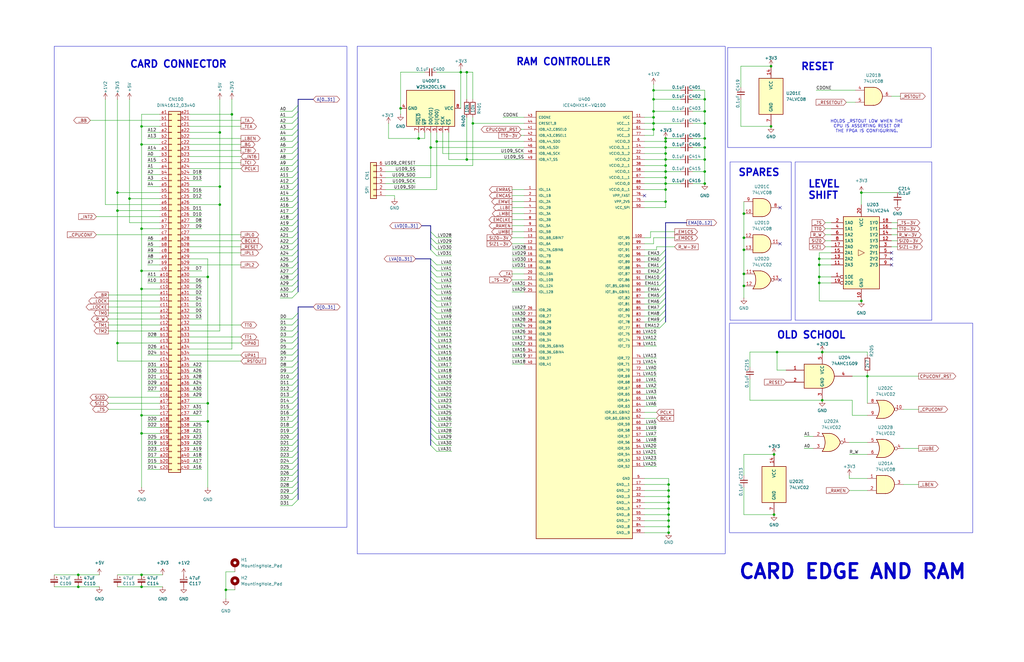
<source format=kicad_sch>
(kicad_sch (version 20231120) (generator "eeschema") (generator_version "8.0")
  (paper "B")
  (title_block (title "AmigaPCI 68040") (date "2024-07-03") (rev "2.1"))
  (junction (at 313.69 115.57))
  (junction (at 49.53 88.9))
  (junction (at 297.18 41.91))
  (junction (at 54.61 83.82))
  (junction (at 281.94 204.47))
  (junction (at 59.69 53.34))
  (junction (at 363.22 127))
  (junction (at 87.63 170.18))
  (junction (at 281.94 219.71))
  (junction (at 313.69 90.17))
  (junction (at 59.69 60.96))
  (junction (at 280.67 62.23))
  (junction (at 281.94 217.17))
  (junction (at 325.12 27.94))
  (junction (at 297.18 72.39))
  (junction (at 280.67 74.93))
  (junction (at 280.67 58.42))
  (junction (at 280.67 72.39))
  (junction (at 275.59 52.07))
  (junction (at 59.69 114.3))
  (junction (at 280.67 85.09))
  (junction (at 281.94 224.79))
  (junction (at 33.02 242.57))
  (junction (at 345.44 119.38))
  (junction (at 345.44 116.84))
  (junction (at 297.18 52.07))
  (junction (at 97.79 48.26))
  (junction (at 49.53 81.28))
  (junction (at 194.31 30.48))
  (junction (at 87.63 116.84))
  (junction (at 199.39 52.07))
  (junction (at 95.25 248.92))
  (junction (at 280.67 77.47))
  (junction (at 327.66 148.59))
  (junction (at 345.44 109.22))
  (junction (at 281.94 222.25))
  (junction (at 59.69 121.92))
  (junction (at 297.18 77.47))
  (junction (at 87.63 177.8))
  (junction (at 59.69 96.52))
  (junction (at 281.94 212.09))
  (junction (at 313.69 100.33))
  (junction (at 49.53 144.78))
  (junction (at 297.18 58.42))
  (junction (at 275.59 46.99))
  (junction (at 280.67 67.31))
  (junction (at 181.61 62.23))
  (junction (at 92.71 55.88))
  (junction (at 59.69 182.88))
  (junction (at 281.94 209.55))
  (junction (at 345.44 111.76))
  (junction (at 33.02 247.65))
  (junction (at 280.67 80.01))
  (junction (at 326.39 191.77))
  (junction (at 297.18 67.31))
  (junction (at 346.71 168.91))
  (junction (at 281.94 214.63))
  (junction (at 313.69 120.65))
  (junction (at 196.85 67.31))
  (junction (at 59.69 175.26))
  (junction (at 196.85 30.48))
  (junction (at 275.59 49.53))
  (junction (at 363.22 81.28))
  (junction (at 275.59 54.61))
  (junction (at 275.59 41.91))
  (junction (at 365.76 158.75))
  (junction (at 168.91 45.72))
  (junction (at 297.18 62.23))
  (junction (at 92.71 86.36))
  (junction (at 325.12 53.34))
  (junction (at 280.67 64.77))
  (junction (at 59.69 242.57))
  (junction (at 176.53 58.42))
  (junction (at 313.69 105.41))
  (junction (at 326.39 217.17))
  (junction (at 297.18 46.99))
  (junction (at 281.94 207.01))
  (junction (at 280.67 59.69))
  (junction (at 184.15 59.69))
  (junction (at 59.69 247.65))
  (junction (at 275.59 38.1))
  (junction (at 92.71 78.74))
  (junction (at 280.67 69.85))
  (junction (at 346.71 148.59))
  (no_connect (at 328.93 87.63))
  (no_connect (at 375.92 106.68))
  (no_connect (at 328.93 118.11))
  (no_connect (at 328.93 102.87))
  (no_connect (at 271.78 82.55))
  (no_connect (at 375.92 109.22))
  (no_connect (at 375.92 111.76))
  (bus_entry (at 123.19 205.74) (size 2.54 -2.54))
  (bus_entry (at 123.19 46.99) (size 2.54 -2.54))
  (bus_entry (at 123.19 105.41) (size 2.54 -2.54))
  (bus_entry (at 123.19 100.33) (size 2.54 -2.54))
  (bus_entry (at 278.13 115.57) (size 2.54 -2.54))
  (bus_entry (at 123.19 92.71) (size 2.54 -2.54))
  (bus_entry (at 184.15 149.86) (size -2.54 -2.54))
  (bus_entry (at 184.15 132.08) (size -2.54 -2.54))
  (bus_entry (at 184.15 172.72) (size -2.54 -2.54))
  (bus_entry (at 123.19 62.23) (size 2.54 -2.54))
  (bus_entry (at 184.15 187.96) (size -2.54 -2.54))
  (bus_entry (at 184.15 157.48) (size -2.54 -2.54))
  (bus_entry (at 123.19 149.86) (size 2.54 -2.54))
  (bus_entry (at 278.13 118.11) (size 2.54 -2.54))
  (bus_entry (at 123.19 87.63) (size 2.54 -2.54))
  (bus_entry (at 123.19 67.31) (size 2.54 -2.54))
  (bus_entry (at 184.15 129.54) (size -2.54 -2.54))
  (bus_entry (at 184.15 119.38) (size -2.54 -2.54))
  (bus_entry (at 123.19 198.12) (size 2.54 -2.54))
  (bus_entry (at 123.19 175.26) (size 2.54 -2.54))
  (bus_entry (at 278.13 113.03) (size 2.54 -2.54))
  (bus_entry (at 123.19 90.17) (size 2.54 -2.54))
  (bus_entry (at 278.13 123.19) (size 2.54 -2.54))
  (bus_entry (at 184.15 142.24) (size -2.54 -2.54))
  (bus_entry (at 184.15 139.7) (size -2.54 -2.54))
  (bus_entry (at 184.15 116.84) (size -2.54 -2.54))
  (bus_entry (at 123.19 125.73) (size 2.54 -2.54))
  (bus_entry (at 278.13 135.89) (size 2.54 -2.54))
  (bus_entry (at 278.13 128.27) (size 2.54 -2.54))
  (bus_entry (at 278.13 125.73) (size 2.54 -2.54))
  (bus_entry (at 123.19 180.34) (size 2.54 -2.54))
  (bus_entry (at 123.19 52.07) (size 2.54 -2.54))
  (bus_entry (at 181.61 102.87) (size 2.54 2.54))
  (bus_entry (at 123.19 54.61) (size 2.54 -2.54))
  (bus_entry (at 123.19 137.16) (size 2.54 -2.54))
  (bus_entry (at 123.19 177.8) (size 2.54 -2.54))
  (bus_entry (at 123.19 110.49) (size 2.54 -2.54))
  (bus_entry (at 123.19 210.82) (size 2.54 -2.54))
  (bus_entry (at 278.13 120.65) (size 2.54 -2.54))
  (bus_entry (at 123.19 185.42) (size 2.54 -2.54))
  (bus_entry (at 184.15 167.64) (size -2.54 -2.54))
  (bus_entry (at 123.19 165.1) (size 2.54 -2.54))
  (bus_entry (at 123.19 80.01) (size 2.54 -2.54))
  (bus_entry (at 123.19 162.56) (size 2.54 -2.54))
  (bus_entry (at 123.19 157.48) (size 2.54 -2.54))
  (bus_entry (at 184.15 162.56) (size -2.54 -2.54))
  (bus_entry (at 184.15 147.32) (size -2.54 -2.54))
  (bus_entry (at 123.19 144.78) (size 2.54 -2.54))
  (bus_entry (at 123.19 147.32) (size 2.54 -2.54))
  (bus_entry (at 123.19 97.79) (size 2.54 -2.54))
  (bus_entry (at 123.19 208.28) (size 2.54 -2.54))
  (bus_entry (at 184.15 114.3) (size -2.54 -2.54))
  (bus_entry (at 123.19 102.87) (size 2.54 -2.54))
  (bus_entry (at 123.19 154.94) (size 2.54 -2.54))
  (bus_entry (at 123.19 190.5) (size 2.54 -2.54))
  (bus_entry (at 278.13 138.43) (size 2.54 -2.54))
  (bus_entry (at 123.19 74.93) (size 2.54 -2.54))
  (bus_entry (at 123.19 213.36) (size 2.54 -2.54))
  (bus_entry (at 123.19 69.85) (size 2.54 -2.54))
  (bus_entry (at 184.15 175.26) (size -2.54 -2.54))
  (bus_entry (at 123.19 123.19) (size 2.54 -2.54))
  (bus_entry (at 184.15 154.94) (size -2.54 -2.54))
  (bus_entry (at 278.13 133.35) (size 2.54 -2.54))
  (bus_entry (at 184.15 121.92) (size -2.54 -2.54))
  (bus_entry (at 184.15 134.62) (size -2.54 -2.54))
  (bus_entry (at 184.15 160.02) (size -2.54 -2.54))
  (bus_entry (at 123.19 170.18) (size 2.54 -2.54))
  (bus_entry (at 123.19 95.25) (size 2.54 -2.54))
  (bus_entry (at 184.15 124.46) (size -2.54 -2.54))
  (bus_entry (at 123.19 182.88) (size 2.54 -2.54))
  (bus_entry (at 123.19 152.4) (size 2.54 -2.54))
  (bus_entry (at 278.13 110.49) (size 2.54 -2.54))
  (bus_entry (at 184.15 190.5) (size -2.54 -2.54))
  (bus_entry (at 181.61 100.33) (size 2.54 2.54))
  (bus_entry (at 123.19 167.64) (size 2.54 -2.54))
  (bus_entry (at 123.19 142.24) (size 2.54 -2.54))
  (bus_entry (at 123.19 203.2) (size 2.54 -2.54))
  (bus_entry (at 184.15 180.34) (size -2.54 -2.54))
  (bus_entry (at 278.13 107.95) (size 2.54 -2.54))
  (bus_entry (at 123.19 57.15) (size 2.54 -2.54))
  (bus_entry (at 123.19 64.77) (size 2.54 -2.54))
  (bus_entry (at 123.19 59.69) (size 2.54 -2.54))
  (bus_entry (at 184.15 152.4) (size -2.54 -2.54))
  (bus_entry (at 123.19 200.66) (size 2.54 -2.54))
  (bus_entry (at 184.15 111.76) (size -2.54 -2.54))
  (bus_entry (at 123.19 193.04) (size 2.54 -2.54))
  (bus_entry (at 123.19 160.02) (size 2.54 -2.54))
  (bus_entry (at 123.19 77.47) (size 2.54 -2.54))
  (bus_entry (at 184.15 137.16) (size -2.54 -2.54))
  (bus_entry (at 184.15 127) (size -2.54 -2.54))
  (bus_entry (at 184.15 165.1) (size -2.54 -2.54))
  (bus_entry (at 184.15 177.8) (size -2.54 -2.54))
  (bus_entry (at 184.15 170.18) (size -2.54 -2.54))
  (bus_entry (at 123.19 107.95) (size 2.54 -2.54))
  (bus_entry (at 123.19 85.09) (size 2.54 -2.54))
  (bus_entry (at 123.19 139.7) (size 2.54 -2.54))
  (bus_entry (at 123.19 72.39) (size 2.54 -2.54))
  (bus_entry (at 123.19 82.55) (size 2.54 -2.54))
  (bus_entry (at 123.19 49.53) (size 2.54 -2.54))
  (bus_entry (at 181.61 105.41) (size 2.54 2.54))
  (bus_entry (at 123.19 172.72) (size 2.54 -2.54))
  (bus_entry (at 123.19 195.58) (size 2.54 -2.54))
  (bus_entry (at 181.61 97.79) (size 2.54 2.54))
  (bus_entry (at 184.15 185.42) (size -2.54 -2.54))
  (bus_entry (at 123.19 118.11) (size 2.54 -2.54))
  (bus_entry (at 123.19 120.65) (size 2.54 -2.54))
  (bus_entry (at 278.13 130.81) (size 2.54 -2.54))
  (bus_entry (at 123.19 113.03) (size 2.54 -2.54))
  (bus_entry (at 123.19 187.96) (size 2.54 -2.54))
  (bus_entry (at 184.15 182.88) (size -2.54 -2.54))
  (bus_entry (at 123.19 115.57) (size 2.54 -2.54))
  (bus_entry (at 184.15 144.78) (size -2.54 -2.54))
  (bus_entry (at 123.19 134.62) (size 2.54 -2.54))
  (wire (pts (xy 276.86 146.05) (xy 271.78 146.05)))
  (wire (pts (xy 190.5 144.78) (xy 184.15 144.78)))
  (wire (pts (xy 118.11 180.34) (xy 123.19 180.34)))
  (bus (pts (xy 125.73 115.57) (xy 125.73 118.11)))
  (wire (pts (xy 276.86 194.31) (xy 271.78 194.31)))
  (wire (pts (xy 199.39 41.91) (xy 199.39 30.48)))
  (wire (pts (xy 275.59 54.61) (xy 275.59 57.15)))
  (wire (pts (xy 280.67 72.39) (xy 280.67 74.93)))
  (wire (pts (xy 85.09 172.72) (xy 80.01 172.72)))
  (wire (pts (xy 190.5 170.18) (xy 184.15 170.18)))
  (wire (pts (xy 118.11 210.82) (xy 123.19 210.82)))
  (wire (pts (xy 44.45 86.36) (xy 67.31 86.36)))
  (wire (pts (xy 313.69 191.77) (xy 326.39 191.77)))
  (wire (pts (xy 345.44 111.76) (xy 350.52 111.76)))
  (wire (pts (xy 118.11 46.99) (xy 123.19 46.99)))
  (wire (pts (xy 292.1 67.31) (xy 297.18 67.31)))
  (wire (pts (xy 281.94 219.71) (xy 281.94 222.25)))
  (wire (pts (xy 118.11 193.04) (xy 123.19 193.04)))
  (wire (pts (xy 80.01 116.84) (xy 87.63 116.84)))
  (bus (pts (xy 125.73 167.64) (xy 125.73 165.1)))
  (wire (pts (xy 62.23 190.5) (xy 67.31 190.5)))
  (wire (pts (xy 118.11 72.39) (xy 123.19 72.39)))
  (bus (pts (xy 125.73 69.85) (xy 125.73 72.39)))
  (wire (pts (xy 59.69 242.57) (xy 68.58 242.57)))
  (wire (pts (xy 85.09 76.2) (xy 80.01 76.2)))
  (bus (pts (xy 181.61 119.38) (xy 181.61 121.92)))
  (wire (pts (xy 312.42 36.83) (xy 312.42 27.94)))
  (wire (pts (xy 45.72 132.08) (xy 67.31 132.08)))
  (bus (pts (xy 125.73 175.26) (xy 125.73 172.72)))
  (bus (pts (xy 125.73 203.2) (xy 125.73 200.66)))
  (wire (pts (xy 80.01 147.32) (xy 97.79 147.32)))
  (wire (pts (xy 54.61 41.91) (xy 54.61 83.82)))
  (bus (pts (xy 280.67 93.98) (xy 280.67 105.41)))
  (bus (pts (xy 181.61 180.34) (xy 181.61 182.88)))
  (bus (pts (xy 181.61 165.1) (xy 181.61 167.64)))
  (wire (pts (xy 118.11 64.77) (xy 123.19 64.77)))
  (bus (pts (xy 125.73 74.93) (xy 125.73 77.47)))
  (wire (pts (xy 168.91 48.26) (xy 168.91 45.72)))
  (wire (pts (xy 359.41 158.75) (xy 365.76 158.75)))
  (wire (pts (xy 59.69 121.92) (xy 59.69 175.26)))
  (bus (pts (xy 125.73 157.48) (xy 125.73 154.94)))
  (wire (pts (xy 280.67 80.01) (xy 280.67 85.09)))
  (wire (pts (xy 184.15 80.01) (xy 184.15 59.69)))
  (wire (pts (xy 118.11 100.33) (xy 123.19 100.33)))
  (wire (pts (xy 345.44 106.68) (xy 350.52 106.68)))
  (wire (pts (xy 85.09 114.3) (xy 80.01 114.3)))
  (bus (pts (xy 125.73 142.24) (xy 125.73 139.7)))
  (wire (pts (xy 62.23 157.48) (xy 67.31 157.48)))
  (wire (pts (xy 62.23 55.88) (xy 67.31 55.88)))
  (wire (pts (xy 275.59 52.07) (xy 287.02 52.07)))
  (wire (pts (xy 215.9 143.51) (xy 220.98 143.51)))
  (wire (pts (xy 275.59 100.33) (xy 275.59 102.87)))
  (wire (pts (xy 190.5 119.38) (xy 184.15 119.38)))
  (wire (pts (xy 33.02 242.57) (xy 41.91 242.57)))
  (wire (pts (xy 313.69 90.17) (xy 313.69 100.33)))
  (wire (pts (xy 271.78 67.31) (xy 280.67 67.31)))
  (bus (pts (xy 125.73 165.1) (xy 125.73 162.56)))
  (bus (pts (xy 125.73 160.02) (xy 125.73 157.48)))
  (wire (pts (xy 271.78 128.27) (xy 278.13 128.27)))
  (wire (pts (xy 62.23 104.14) (xy 67.31 104.14)))
  (wire (pts (xy 118.11 82.55) (xy 123.19 82.55)))
  (wire (pts (xy 175.26 77.47) (xy 162.56 77.47)))
  (bus (pts (xy 125.73 147.32) (xy 125.73 144.78)))
  (wire (pts (xy 345.44 116.84) (xy 345.44 119.38)))
  (wire (pts (xy 92.71 86.36) (xy 92.71 139.7)))
  (bus (pts (xy 125.73 170.18) (xy 125.73 167.64)))
  (wire (pts (xy 274.32 97.79) (xy 284.48 97.79)))
  (wire (pts (xy 215.9 102.87) (xy 220.98 102.87)))
  (wire (pts (xy 85.09 73.66) (xy 80.01 73.66)))
  (wire (pts (xy 80.01 106.68) (xy 101.6 106.68)))
  (wire (pts (xy 59.69 96.52) (xy 67.31 96.52)))
  (bus (pts (xy 125.73 185.42) (xy 125.73 182.88)))
  (wire (pts (xy 297.18 58.42) (xy 297.18 62.23)))
  (wire (pts (xy 280.67 67.31) (xy 280.67 69.85)))
  (wire (pts (xy 276.86 143.51) (xy 271.78 143.51)))
  (wire (pts (xy 271.78 204.47) (xy 281.94 204.47)))
  (wire (pts (xy 276.86 104.14) (xy 284.48 104.14)))
  (wire (pts (xy 190.5 111.76) (xy 184.15 111.76)))
  (wire (pts (xy 59.69 247.65) (xy 68.58 247.65)))
  (wire (pts (xy 62.23 101.6) (xy 67.31 101.6)))
  (wire (pts (xy 181.61 74.93) (xy 162.56 74.93)))
  (wire (pts (xy 271.78 49.53) (xy 275.59 49.53)))
  (bus (pts (xy 181.61 134.62) (xy 181.61 137.16)))
  (wire (pts (xy 297.18 41.91) (xy 297.18 38.1)))
  (wire (pts (xy 189.23 67.31) (xy 196.85 67.31)))
  (wire (pts (xy 292.1 52.07) (xy 297.18 52.07)))
  (bus (pts (xy 181.61 182.88) (xy 181.61 185.42)))
  (wire (pts (xy 62.23 165.1) (xy 67.31 165.1)))
  (wire (pts (xy 62.23 149.86) (xy 67.31 149.86)))
  (wire (pts (xy 280.67 77.47) (xy 287.02 77.47)))
  (wire (pts (xy 118.11 62.23) (xy 123.19 62.23)))
  (wire (pts (xy 190.5 124.46) (xy 184.15 124.46)))
  (wire (pts (xy 85.09 180.34) (xy 80.01 180.34)))
  (wire (pts (xy 85.09 124.46) (xy 80.01 124.46)))
  (wire (pts (xy 168.91 45.72) (xy 168.91 30.48)))
  (wire (pts (xy 190.5 149.86) (xy 184.15 149.86)))
  (wire (pts (xy 271.78 135.89) (xy 278.13 135.89)))
  (bus (pts (xy 181.61 144.78) (xy 181.61 147.32)))
  (wire (pts (xy 194.31 30.48) (xy 184.15 30.48)))
  (wire (pts (xy 281.94 209.55) (xy 281.94 212.09)))
  (wire (pts (xy 326.39 217.17) (xy 313.69 217.17)))
  (wire (pts (xy 276.86 151.13) (xy 271.78 151.13)))
  (wire (pts (xy 190.5 147.32) (xy 184.15 147.32)))
  (wire (pts (xy 118.11 77.47) (xy 123.19 77.47)))
  (bus (pts (xy 181.61 109.22) (xy 181.61 111.76)))
  (wire (pts (xy 271.78 105.41) (xy 276.86 105.41)))
  (bus (pts (xy 125.73 208.28) (xy 125.73 205.74)))
  (wire (pts (xy 80.01 152.4) (xy 101.6 152.4)))
  (wire (pts (xy 190.5 134.62) (xy 184.15 134.62)))
  (wire (pts (xy 80.01 144.78) (xy 101.6 144.78)))
  (wire (pts (xy 118.11 120.65) (xy 123.19 120.65)))
  (wire (pts (xy 85.09 134.62) (xy 80.01 134.62)))
  (wire (pts (xy 85.09 187.96) (xy 80.01 187.96)))
  (wire (pts (xy 271.78 69.85) (xy 280.67 69.85)))
  (wire (pts (xy 347.98 99.06) (xy 350.52 99.06)))
  (wire (pts (xy 345.44 127) (xy 363.22 127)))
  (wire (pts (xy 313.69 105.41) (xy 313.69 115.57)))
  (wire (pts (xy 49.53 152.4) (xy 49.53 144.78)))
  (wire (pts (xy 276.86 184.15) (xy 271.78 184.15)))
  (wire (pts (xy 271.78 120.65) (xy 278.13 120.65)))
  (wire (pts (xy 276.86 166.37) (xy 271.78 166.37)))
  (bus (pts (xy 125.73 210.82) (xy 125.73 208.28)))
  (wire (pts (xy 199.39 52.07) (xy 199.39 49.53)))
  (wire (pts (xy 275.59 46.99) (xy 275.59 49.53)))
  (wire (pts (xy 271.78 212.09) (xy 281.94 212.09)))
  (wire (pts (xy 281.94 207.01) (xy 281.94 209.55)))
  (bus (pts (xy 125.73 72.39) (xy 125.73 74.93)))
  (wire (pts (xy 378.46 104.14) (xy 375.92 104.14)))
  (wire (pts (xy 184.15 102.87) (xy 190.5 102.87)))
  (wire (pts (xy 80.01 177.8) (xy 87.63 177.8)))
  (wire (pts (xy 62.23 187.96) (xy 67.31 187.96)))
  (wire (pts (xy 85.09 175.26) (xy 80.01 175.26)))
  (wire (pts (xy 118.11 187.96) (xy 123.19 187.96)))
  (wire (pts (xy 275.59 35.56) (xy 275.59 38.1)))
  (wire (pts (xy 365.76 158.75) (xy 365.76 170.18)))
  (wire (pts (xy 62.23 116.84) (xy 67.31 116.84)))
  (wire (pts (xy 375.92 40.64) (xy 379.73 40.64)))
  (wire (pts (xy 378.46 96.52) (xy 375.92 96.52)))
  (wire (pts (xy 365.76 158.75) (xy 365.76 157.48)))
  (wire (pts (xy 190.5 142.24) (xy 184.15 142.24)))
  (wire (pts (xy 162.56 82.55) (xy 166.37 82.55)))
  (wire (pts (xy 118.11 85.09) (xy 123.19 85.09)))
  (wire (pts (xy 346.71 148.59) (xy 365.76 148.59)))
  (wire (pts (xy 271.78 85.09) (xy 280.67 85.09)))
  (wire (pts (xy 95.25 241.3) (xy 95.25 248.92)))
  (wire (pts (xy 280.67 58.42) (xy 280.67 59.69)))
  (wire (pts (xy 378.46 93.98) (xy 375.92 93.98)))
  (wire (pts (xy 378.46 99.06) (xy 375.92 99.06)))
  (wire (pts (xy 347.98 96.52) (xy 350.52 96.52)))
  (wire (pts (xy 215.9 95.25) (xy 220.98 95.25)))
  (wire (pts (xy 95.25 248.92) (xy 99.06 248.92)))
  (wire (pts (xy 190.5 182.88) (xy 184.15 182.88)))
  (wire (pts (xy 95.25 248.92) (xy 95.25 252.73)))
  (wire (pts (xy 339.09 184.15) (xy 342.9 184.15)))
  (bus (pts (xy 181.61 102.87) (xy 181.61 100.33)))
  (wire (pts (xy 118.11 198.12) (xy 123.19 198.12)))
  (bus (pts (xy 125.73 77.47) (xy 125.73 80.01)))
  (wire (pts (xy 59.69 175.26) (xy 67.31 175.26)))
  (wire (pts (xy 190.5 187.96) (xy 184.15 187.96)))
  (wire (pts (xy 59.69 182.88) (xy 59.69 205.74)))
  (wire (pts (xy 313.69 85.09) (xy 313.69 90.17)))
  (wire (pts (xy 45.72 167.64) (xy 67.31 167.64)))
  (wire (pts (xy 85.09 190.5) (xy 80.01 190.5)))
  (wire (pts (xy 345.44 111.76) (xy 345.44 116.84)))
  (wire (pts (xy 297.18 58.42) (xy 297.18 52.07)))
  (wire (pts (xy 44.45 41.91) (xy 44.45 86.36)))
  (wire (pts (xy 347.98 104.14) (xy 350.52 104.14)))
  (wire (pts (xy 62.23 142.24) (xy 67.31 142.24)))
  (wire (pts (xy 118.11 107.95) (xy 123.19 107.95)))
  (bus (pts (xy 181.61 124.46) (xy 181.61 127)))
  (wire (pts (xy 199.39 69.85) (xy 199.39 52.07)))
  (bus (pts (xy 125.73 144.78) (xy 125.73 142.24)))
  (wire (pts (xy 280.67 77.47) (xy 280.67 80.01)))
  (wire (pts (xy 80.01 78.74) (xy 92.71 78.74)))
  (bus (pts (xy 181.61 139.7) (xy 181.61 142.24)))
  (wire (pts (xy 118.11 208.28) (xy 123.19 208.28)))
  (wire (pts (xy 118.11 182.88) (xy 123.19 182.88)))
  (wire (pts (xy 80.01 111.76) (xy 101.6 111.76)))
  (wire (pts (xy 381 172.72) (xy 387.35 172.72)))
  (wire (pts (xy 118.11 162.56) (xy 123.19 162.56)))
  (wire (pts (xy 276.86 173.99) (xy 271.78 173.99)))
  (bus (pts (xy 181.61 154.94) (xy 181.61 157.48)))
  (bus (pts (xy 125.73 41.91) (xy 125.73 44.45)))
  (wire (pts (xy 215.9 140.97) (xy 220.98 140.97)))
  (wire (pts (xy 271.78 62.23) (xy 280.67 62.23)))
  (wire (pts (xy 190.5 167.64) (xy 184.15 167.64)))
  (wire (pts (xy 325.12 53.34) (xy 312.42 53.34)))
  (bus (pts (xy 125.73 105.41) (xy 125.73 107.95)))
  (wire (pts (xy 85.09 91.44) (xy 80.01 91.44)))
  (bus (pts (xy 280.67 107.95) (xy 280.67 110.49)))
  (wire (pts (xy 80.01 142.24) (xy 101.6 142.24)))
  (wire (pts (xy 215.9 113.03) (xy 220.98 113.03)))
  (wire (pts (xy 59.69 175.26) (xy 59.69 182.88)))
  (wire (pts (xy 190.5 127) (xy 184.15 127)))
  (wire (pts (xy 80.01 68.58) (xy 101.6 68.58)))
  (wire (pts (xy 194.31 45.72) (xy 194.31 30.48)))
  (wire (pts (xy 215.9 135.89) (xy 220.98 135.89)))
  (wire (pts (xy 219.71 54.61) (xy 220.98 54.61)))
  (bus (pts (xy 125.73 205.74) (xy 125.73 203.2)))
  (wire (pts (xy 274.32 97.79) (xy 274.32 100.33)))
  (wire (pts (xy 190.5 177.8) (xy 184.15 177.8)))
  (bus (pts (xy 125.73 137.16) (xy 125.73 134.62)))
  (wire (pts (xy 280.67 62.23) (xy 280.67 64.77)))
  (wire (pts (xy 118.11 57.15) (xy 123.19 57.15)))
  (wire (pts (xy 59.69 53.34) (xy 67.31 53.34)))
  (wire (pts (xy 118.11 123.19) (xy 123.19 123.19)))
  (wire (pts (xy 190.5 114.3) (xy 184.15 114.3)))
  (wire (pts (xy 316.23 148.59) (xy 316.23 154.94)))
  (bus (pts (xy 125.73 59.69) (xy 125.73 62.23)))
  (bus (pts (xy 181.61 121.92) (xy 181.61 124.46)))
  (wire (pts (xy 85.09 119.38) (xy 80.01 119.38)))
  (bus (pts (xy 125.73 152.4) (xy 125.73 149.86)))
  (wire (pts (xy 312.42 53.34) (xy 312.42 41.91)))
  (bus (pts (xy 125.73 180.34) (xy 125.73 177.8)))
  (wire (pts (xy 271.78 64.77) (xy 280.67 64.77)))
  (wire (pts (xy 190.5 180.34) (xy 184.15 180.34)))
  (bus (pts (xy 125.73 92.71) (xy 125.73 95.25)))
  (bus (pts (xy 125.73 120.65) (xy 125.73 123.19)))
  (wire (pts (xy 22.86 247.65) (xy 33.02 247.65)))
  (wire (pts (xy 85.09 198.12) (xy 80.01 198.12)))
  (wire (pts (xy 85.09 182.88) (xy 80.01 182.88)))
  (wire (pts (xy 281.94 217.17) (xy 281.94 219.71)))
  (wire (pts (xy 292.1 77.47) (xy 297.18 77.47)))
  (wire (pts (xy 85.09 165.1) (xy 80.01 165.1)))
  (wire (pts (xy 281.94 214.63) (xy 281.94 217.17)))
  (wire (pts (xy 85.09 167.64) (xy 80.01 167.64)))
  (bus (pts (xy 181.61 175.26) (xy 181.61 177.8)))
  (wire (pts (xy 85.09 96.52) (xy 80.01 96.52)))
  (bus (pts (xy 181.61 109.22) (xy 175.26 109.22)))
  (wire (pts (xy 62.23 68.58) (xy 67.31 68.58)))
  (wire (pts (xy 275.59 38.1) (xy 287.02 38.1)))
  (bus (pts (xy 181.61 157.48) (xy 181.61 160.02)))
  (wire (pts (xy 85.09 160.02) (xy 80.01 160.02)))
  (wire (pts (xy 297.18 52.07) (xy 297.18 46.99)))
  (wire (pts (xy 85.09 132.08) (xy 80.01 132.08)))
  (wire (pts (xy 215.9 92.71) (xy 220.98 92.71)))
  (wire (pts (xy 80.01 58.42) (xy 101.6 58.42)))
  (bus (pts (xy 280.67 123.19) (xy 280.67 125.73)))
  (wire (pts (xy 176.53 55.88) (xy 176.53 58.42)))
  (bus (pts (xy 125.73 62.23) (xy 125.73 64.77)))
  (wire (pts (xy 59.69 96.52) (xy 59.69 114.3)))
  (wire (pts (xy 275.59 46.99) (xy 287.02 46.99)))
  (bus (pts (xy 125.73 113.03) (xy 125.73 115.57)))
  (wire (pts (xy 45.72 124.46) (xy 67.31 124.46)))
  (wire (pts (xy 274.32 100.33) (xy 271.78 100.33)))
  (wire (pts (xy 190.5 157.48) (xy 184.15 157.48)))
  (wire (pts (xy 312.42 27.94) (xy 325.12 27.94)))
  (wire (pts (xy 292.1 58.42) (xy 297.18 58.42)))
  (bus (pts (xy 181.61 132.08) (xy 181.61 134.62)))
  (wire (pts (xy 313.69 115.57) (xy 313.69 120.65)))
  (wire (pts (xy 59.69 121.92) (xy 67.31 121.92)))
  (wire (pts (xy 215.9 153.67) (xy 220.98 153.67)))
  (wire (pts (xy 271.78 107.95) (xy 278.13 107.95)))
  (wire (pts (xy 275.59 41.91) (xy 287.02 41.91)))
  (wire (pts (xy 281.94 201.93) (xy 281.94 204.47)))
  (wire (pts (xy 297.18 46.99) (xy 297.18 41.91)))
  (wire (pts (xy 80.01 55.88) (xy 92.71 55.88)))
  (wire (pts (xy 80.01 99.06) (xy 101.6 99.06)))
  (wire (pts (xy 62.23 78.74) (xy 67.31 78.74)))
  (wire (pts (xy 331.47 156.21) (xy 327.66 156.21)))
  (wire (pts (xy 271.78 130.81) (xy 278.13 130.81)))
  (wire (pts (xy 162.56 69.85) (xy 199.39 69.85)))
  (wire (pts (xy 67.31 93.98) (xy 54.61 93.98)))
  (wire (pts (xy 271.78 214.63) (xy 281.94 214.63)))
  (wire (pts (xy 196.85 30.48) (xy 199.39 30.48)))
  (wire (pts (xy 179.07 55.88) (xy 179.07 58.42)))
  (wire (pts (xy 359.41 168.91) (xy 359.41 175.26)))
  (wire (pts (xy 316.23 168.91) (xy 346.71 168.91)))
  (wire (pts (xy 271.78 209.55) (xy 281.94 209.55)))
  (wire (pts (xy 271.78 77.47) (xy 280.67 77.47)))
  (wire (pts (xy 345.44 119.38) (xy 345.44 127)))
  (wire (pts (xy 186.69 64.77) (xy 220.98 64.77)))
  (bus (pts (xy 125.73 190.5) (xy 125.73 187.96)))
  (wire (pts (xy 215.9 115.57) (xy 220.98 115.57)))
  (wire (pts (xy 80.01 101.6) (xy 101.6 101.6)))
  (bus (pts (xy 181.61 185.42) (xy 181.61 187.96)))
  (wire (pts (xy 62.23 58.42) (xy 67.31 58.42)))
  (wire (pts (xy 280.67 62.23) (xy 287.02 62.23)))
  (wire (pts (xy 59.69 114.3) (xy 67.31 114.3)))
  (wire (pts (xy 181.61 62.23) (xy 181.61 74.93)))
  (wire (pts (xy 49.53 247.65) (xy 59.69 247.65)))
  (wire (pts (xy 212.09 49.53) (xy 220.98 49.53)))
  (wire (pts (xy 80.01 48.26) (xy 97.79 48.26)))
  (wire (pts (xy 85.09 127) (xy 80.01 127)))
  (wire (pts (xy 184.15 55.88) (xy 184.15 59.69)))
  (wire (pts (xy 80.01 137.16) (xy 101.6 137.16)))
  (wire (pts (xy 350.52 109.22) (xy 345.44 109.22)))
  (bus (pts (xy 280.67 130.81) (xy 280.67 133.35)))
  (wire (pts (xy 118.11 97.79) (xy 123.19 97.79)))
  (wire (pts (xy 280.67 58.42) (xy 287.02 58.42)))
  (bus (pts (xy 181.61 127) (xy 181.61 129.54)))
  (bus (pts (xy 181.61 111.76) (xy 181.61 114.3)))
  (wire (pts (xy 45.72 172.72) (xy 67.31 172.72)))
  (wire (pts (xy 118.11 113.03) (xy 123.19 113.03)))
  (wire (pts (xy 381 189.23) (xy 387.35 189.23)))
  (wire (pts (xy 215.9 138.43) (xy 220.98 138.43)))
  (bus (pts (xy 125.73 52.07) (xy 125.73 54.61)))
  (wire (pts (xy 118.11 134.62) (xy 123.19 134.62)))
  (wire (pts (xy 163.83 52.07) (xy 163.83 58.42)))
  (wire (pts (xy 199.39 52.07) (xy 220.98 52.07)))
  (bus (pts (xy 181.61 160.02) (xy 181.61 162.56)))
  (bus (pts (xy 181.61 116.84) (xy 181.61 119.38)))
  (bus (pts (xy 125.73 57.15) (xy 125.73 59.69)))
  (wire (pts (xy 339.09 189.23) (xy 342.9 189.23)))
  (wire (pts (xy 190.5 121.92) (xy 184.15 121.92)))
  (wire (pts (xy 163.83 58.42) (xy 176.53 58.42)))
  (wire (pts (xy 45.72 139.7) (xy 67.31 139.7)))
  (bus (pts (xy 181.61 172.72) (xy 181.61 175.26)))
  (wire (pts (xy 168.91 30.48) (xy 179.07 30.48)))
  (wire (pts (xy 359.41 175.26) (xy 365.76 175.26)))
  (wire (pts (xy 54.61 83.82) (xy 67.31 83.82)))
  (wire (pts (xy 118.11 90.17) (xy 123.19 90.17)))
  (wire (pts (xy 118.11 80.01) (xy 123.19 80.01)))
  (wire (pts (xy 189.23 67.31) (xy 189.23 55.88)))
  (bus (pts (xy 181.61 147.32) (xy 181.61 149.86)))
  (bus (pts (xy 125.73 67.31) (xy 125.73 69.85)))
  (wire (pts (xy 62.23 111.76) (xy 67.31 111.76)))
  (wire (pts (xy 186.69 64.77) (xy 186.69 55.88)))
  (wire (pts (xy 344.17 38.1) (xy 360.68 38.1)))
  (wire (pts (xy 271.78 201.93) (xy 281.94 201.93)))
  (wire (pts (xy 313.69 217.17) (xy 313.69 205.74)))
  (bus (pts (xy 181.61 129.54) (xy 181.61 132.08)))
  (wire (pts (xy 275.59 38.1) (xy 275.59 41.91)))
  (wire (pts (xy 40.64 99.06) (xy 67.31 99.06)))
  (wire (pts (xy 80.01 50.8) (xy 101.6 50.8)))
  (wire (pts (xy 62.23 63.5) (xy 67.31 63.5)))
  (wire (pts (xy 215.9 130.81) (xy 220.98 130.81)))
  (wire (pts (xy 85.09 129.54) (xy 80.01 129.54)))
  (wire (pts (xy 92.71 139.7) (xy 80.01 139.7)))
  (wire (pts (xy 118.11 102.87) (xy 123.19 102.87)))
  (wire (pts (xy 118.11 147.32) (xy 123.19 147.32)))
  (wire (pts (xy 276.86 105.41) (xy 276.86 104.14)))
  (wire (pts (xy 276.86 161.29) (xy 271.78 161.29)))
  (wire (pts (xy 85.09 83.82) (xy 80.01 83.82)))
  (wire (pts (xy 184.15 105.41) (xy 190.5 105.41)))
  (wire (pts (xy 281.94 204.47) (xy 281.94 207.01)))
  (wire (pts (xy 275.59 100.33) (xy 284.48 100.33)))
  (wire (pts (xy 280.67 64.77) (xy 280.67 67.31)))
  (bus (pts (xy 125.73 154.94) (xy 125.73 152.4)))
  (wire (pts (xy 85.09 185.42) (xy 80.01 185.42)))
  (wire (pts (xy 190.5 129.54) (xy 184.15 129.54)))
  (wire (pts (xy 62.23 106.68) (xy 67.31 106.68)))
  (wire (pts (xy 85.09 121.92) (xy 80.01 121.92)))
  (wire (pts (xy 118.11 118.11) (xy 123.19 118.11)))
  (wire (pts (xy 59.69 60.96) (xy 59.69 96.52)))
  (wire (pts (xy 313.69 100.33) (xy 313.69 105.41)))
  (wire (pts (xy 358.14 191.77) (xy 365.76 191.77)))
  (bus (pts (xy 181.61 167.64) (xy 181.61 170.18)))
  (wire (pts (xy 62.23 73.66) (xy 67.31 73.66)))
  (wire (pts (xy 118.11 115.57) (xy 123.19 115.57)))
  (wire (pts (xy 280.67 74.93) (xy 280.67 77.47)))
  (wire (pts (xy 280.67 69.85) (xy 280.67 72.39)))
  (bus (pts (xy 125.73 87.63) (xy 125.73 90.17)))
  (bus (pts (xy 125.73 195.58) (xy 125.73 193.04)))
  (wire (pts (xy 271.78 123.19) (xy 278.13 123.19)))
  (wire (pts (xy 190.5 185.42) (xy 184.15 185.42)))
  (wire (pts (xy 190.5 175.26) (xy 184.15 175.26)))
  (wire (pts (xy 118.11 142.24) (xy 123.19 142.24)))
  (bus (pts (xy 125.73 54.61) (xy 125.73 57.15)))
  (wire (pts (xy 346.71 168.91) (xy 359.41 168.91)))
  (wire (pts (xy 118.11 213.36) (xy 123.19 213.36)))
  (wire (pts (xy 166.37 82.55) (xy 166.37 83.82)))
  (wire (pts (xy 215.9 146.05) (xy 220.98 146.05)))
  (wire (pts (xy 280.67 85.09) (xy 280.67 87.63)))
  (wire (pts (xy 87.63 177.8) (xy 87.63 205.74)))
  (wire (pts (xy 118.11 165.1) (xy 123.19 165.1)))
  (wire (pts (xy 281.94 222.25) (xy 281.94 224.79)))
  (bus (pts (xy 125.73 118.11) (xy 125.73 120.65)))
  (wire (pts (xy 45.72 137.16) (xy 67.31 137.16)))
  (bus (pts (xy 181.61 114.3) (xy 181.61 116.84)))
  (wire (pts (xy 280.67 72.39) (xy 287.02 72.39)))
  (wire (pts (xy 22.86 242.57) (xy 33.02 242.57)))
  (wire (pts (xy 215.9 87.63) (xy 220.98 87.63)))
  (bus (pts (xy 125.73 49.53) (xy 125.73 52.07)))
  (wire (pts (xy 59.69 60.96) (xy 67.31 60.96)))
  (wire (pts (xy 215.9 82.55) (xy 220.98 82.55)))
  (bus (pts (xy 125.73 95.25) (xy 125.73 97.79)))
  (wire (pts (xy 276.86 181.61) (xy 271.78 181.61)))
  (bus (pts (xy 280.67 113.03) (xy 280.67 115.57)))
  (wire (pts (xy 271.78 54.61) (xy 275.59 54.61)))
  (wire (pts (xy 62.23 195.58) (xy 67.31 195.58)))
  (wire (pts (xy 118.11 205.74) (xy 123.19 205.74)))
  (wire (pts (xy 215.9 151.13) (xy 220.98 151.13)))
  (wire (pts (xy 80.01 109.22) (xy 87.63 109.22)))
  (bus (pts (xy 280.67 133.35) (xy 280.67 135.89)))
  (wire (pts (xy 118.11 200.66) (xy 123.19 200.66)))
  (bus (pts (xy 125.73 149.86) (xy 125.73 147.32)))
  (bus (pts (xy 181.61 100.33) (xy 181.61 97.79)))
  (wire (pts (xy 358.14 207.01) (xy 365.76 207.01)))
  (wire (pts (xy 276.86 153.67) (xy 271.78 153.67)))
  (wire (pts (xy 118.11 69.85) (xy 123.19 69.85)))
  (wire (pts (xy 118.11 49.53) (xy 123.19 49.53)))
  (wire (pts (xy 276.86 156.21) (xy 271.78 156.21)))
  (wire (pts (xy 190.5 162.56) (xy 184.15 162.56)))
  (wire (pts (xy 358.14 186.69) (xy 365.76 186.69)))
  (wire (pts (xy 62.23 177.8) (xy 67.31 177.8)))
  (wire (pts (xy 92.71 41.91) (xy 92.71 55.88)))
  (wire (pts (xy 62.23 180.34) (xy 67.31 180.34)))
  (wire (pts (xy 220.98 62.23) (xy 181.61 62.23)))
  (wire (pts (xy 313.69 120.65) (xy 313.69 125.73)))
  (wire (pts (xy 54.61 83.82) (xy 54.61 93.98)))
  (wire (pts (xy 297.18 38.1) (xy 292.1 38.1)))
  (bus (pts (xy 280.67 125.73) (xy 280.67 128.27)))
  (wire (pts (xy 97.79 48.26) (xy 97.79 147.32)))
  (wire (pts (xy 215.9 123.19) (xy 220.98 123.19)))
  (wire (pts (xy 276.86 176.53) (xy 271.78 176.53)))
  (wire (pts (xy 118.11 67.31) (xy 123.19 67.31)))
  (wire (pts (xy 118.11 190.5) (xy 123.19 190.5)))
  (wire (pts (xy 176.53 58.42) (xy 179.07 58.42)))
  (wire (pts (xy 190.5 190.5) (xy 184.15 190.5)))
  (wire (pts (xy 118.11 52.07) (xy 123.19 52.07)))
  (wire (pts (xy 190.5 160.02) (xy 184.15 160.02)))
  (wire (pts (xy 356.87 43.18) (xy 360.68 43.18)))
  (bus (pts (xy 181.61 105.41) (xy 181.61 102.87)))
  (bus (pts (xy 125.73 90.17) (xy 125.73 92.71)))
  (wire (pts (xy 118.11 154.94) (xy 123.19 154.94)))
  (wire (pts (xy 62.23 76.2) (xy 67.31 76.2)))
  (bus (pts (xy 125.73 41.91) (xy 132.08 41.91)))
  (wire (pts (xy 49.53 144.78) (xy 67.31 144.78)))
  (wire (pts (xy 67.31 152.4) (xy 49.53 152.4)))
  (wire (pts (xy 45.72 134.62) (xy 67.31 134.62)))
  (wire (pts (xy 276.86 189.23) (xy 271.78 189.23)))
  (wire (pts (xy 45.72 170.18) (xy 67.31 170.18)))
  (wire (pts (xy 292.1 62.23) (xy 297.18 62.23)))
  (wire (pts (xy 175.26 72.39) (xy 162.56 72.39)))
  (wire (pts (xy 181.61 62.23) (xy 181.61 55.88)))
  (wire (pts (xy 190.5 154.94) (xy 184.15 154.94)))
  (wire (pts (xy 276.86 191.77) (xy 271.78 191.77)))
  (wire (pts (xy 33.02 247.65) (xy 41.91 247.65)))
  (wire (pts (xy 215.9 120.65) (xy 220.98 120.65)))
  (bus (pts (xy 125.73 102.87) (xy 125.73 105.41)))
  (wire (pts (xy 363.22 81.28) (xy 363.22 86.36)))
  (wire (pts (xy 271.78 52.07) (xy 275.59 52.07)))
  (wire (pts (xy 49.53 41.91) (xy 49.53 81.28)))
  (wire (pts (xy 215.9 133.35) (xy 220.98 133.35)))
  (wire (pts (xy 215.9 110.49) (xy 220.98 110.49)))
  (wire (pts (xy 87.63 116.84) (xy 87.63 170.18)))
  (wire (pts (xy 92.71 55.88) (xy 92.71 78.74)))
  (wire (pts (xy 45.72 129.54) (xy 67.31 129.54)))
  (wire (pts (xy 215.9 148.59) (xy 220.98 148.59)))
  (wire (pts (xy 62.23 162.56) (xy 67.31 162.56)))
  (bus (pts (xy 125.73 107.95) (xy 125.73 110.49)))
  (bus (pts (xy 280.67 115.57) (xy 280.67 118.11)))
  (wire (pts (xy 345.44 109.22) (xy 345.44 106.68)))
  (wire (pts (xy 215.9 107.95) (xy 220.98 107.95)))
  (wire (pts (xy 358.14 201.93) (xy 365.76 201.93)))
  (wire (pts (xy 80.01 60.96) (xy 101.6 60.96)))
  (bus (pts (xy 181.61 149.86) (xy 181.61 152.4)))
  (wire (pts (xy 327.66 148.59) (xy 316.23 148.59)))
  (wire (pts (xy 276.86 196.85) (xy 271.78 196.85)))
  (bus (pts (xy 181.61 152.4) (xy 181.61 154.94)))
  (wire (pts (xy 85.09 193.04) (xy 80.01 193.04)))
  (wire (pts (xy 190.5 132.08) (xy 184.15 132.08)))
  (wire (pts (xy 347.98 101.6) (xy 350.52 101.6)))
  (bus (pts (xy 125.73 46.99) (xy 125.73 49.53)))
  (wire (pts (xy 59.69 48.26) (xy 59.69 53.34)))
  (bus (pts (xy 125.73 97.79) (xy 125.73 100.33)))
  (wire (pts (xy 387.35 204.47) (xy 381 204.47)))
  (wire (pts (xy 276.86 186.69) (xy 271.78 186.69)))
  (wire (pts (xy 80.01 53.34) (xy 101.6 53.34)))
  (wire (pts (xy 215.9 80.01) (xy 220.98 80.01)))
  (wire (pts (xy 118.11 172.72) (xy 123.19 172.72)))
  (bus (pts (xy 125.73 85.09) (xy 125.73 87.63)))
  (wire (pts (xy 378.46 81.28) (xy 363.22 81.28)))
  (bus (pts (xy 280.67 120.65) (xy 280.67 123.19)))
  (wire (pts (xy 118.11 195.58) (xy 123.19 195.58)))
  (wire (pts (xy 276.86 171.45) (xy 271.78 171.45)))
  (wire (pts (xy 85.09 162.56) (xy 80.01 162.56)))
  (wire (pts (xy 280.67 67.31) (xy 287.02 67.31)))
  (wire (pts (xy 118.11 92.71) (xy 123.19 92.71)))
  (wire (pts (xy 118.11 160.02) (xy 123.19 160.02)))
  (wire (pts (xy 80.01 71.12) (xy 101.6 71.12)))
  (wire (pts (xy 215.9 97.79) (xy 220.98 97.79)))
  (wire (pts (xy 271.78 125.73) (xy 278.13 125.73)))
  (wire (pts (xy 184.15 107.95) (xy 190.5 107.95)))
  (wire (pts (xy 118.11 105.41) (xy 123.19 105.41)))
  (wire (pts (xy 271.78 57.15) (xy 275.59 57.15)))
  (wire (pts (xy 62.23 119.38) (xy 67.31 119.38)))
  (wire (pts (xy 80.01 170.18) (xy 87.63 170.18)))
  (wire (pts (xy 196.85 30.48) (xy 194.31 30.48)))
  (wire (pts (xy 85.09 154.94) (xy 80.01 154.94)))
  (wire (pts (xy 215.9 105.41) (xy 220.98 105.41)))
  (wire (pts (xy 345.44 119.38) (xy 350.52 119.38)))
  (wire (pts (xy 62.23 109.22) (xy 67.31 109.22)))
  (wire (pts (xy 118.11 177.8) (xy 123.19 177.8)))
  (wire (pts (xy 276.86 158.75) (xy 271.78 158.75)))
  (wire (pts (xy 219.71 57.15) (xy 220.98 57.15)))
  (wire (pts (xy 275.59 49.53) (xy 275.59 52.07)))
  (wire (pts (xy 297.18 62.23) (xy 297.18 67.31)))
  (wire (pts (xy 271.78 115.57) (xy 278.13 115.57)))
  (wire (pts (xy 271.78 110.49) (xy 278.13 110.49)))
  (wire (pts (xy 184.15 59.69) (xy 220.98 59.69)))
  (wire (pts (xy 297.18 67.31) (xy 297.18 72.39)))
  (wire (pts (xy 118.11 54.61) (xy 123.19 54.61)))
  (wire (pts (xy 215.9 118.11) (xy 220.98 118.11)))
  (bus (pts (xy 125.73 80.01) (xy 125.73 82.55)))
  (wire (pts (xy 49.53 88.9) (xy 67.31 88.9)))
  (wire (pts (xy 313.69 200.66) (xy 313.69 191.77)))
  (bus (pts (xy 125.73 198.12) (xy 125.73 195.58)))
  (wire (pts (xy 62.23 185.42) (xy 67.31 185.42)))
  (wire (pts (xy 280.67 59.69) (xy 280.67 62.23)))
  (wire (pts (xy 271.78 133.35) (xy 278.13 133.35)))
  (wire (pts (xy 271.78 74.93) (xy 280.67 74.93)))
  (bus (pts (xy 125.73 187.96) (xy 125.73 185.42)))
  (wire (pts (xy 196.85 30.48) (xy 196.85 41.91)))
  (wire (pts (xy 276.86 163.83) (xy 271.78 163.83)))
  (wire (pts (xy 215.9 90.17) (xy 220.98 90.17)))
  (wire (pts (xy 271.78 224.79) (xy 281.94 224.79)))
  (wire (pts (xy 271.78 219.71) (xy 281.94 219.71)))
  (wire (pts (xy 85.09 157.48) (xy 80.01 157.48)))
  (wire (pts (xy 118.11 152.4) (xy 123.19 152.4)))
  (wire (pts (xy 271.78 217.17) (xy 281.94 217.17)))
  (wire (pts (xy 59.69 182.88) (xy 67.31 182.88)))
  (wire (pts (xy 118.11 185.42) (xy 123.19 185.42)))
  (wire (pts (xy 59.69 53.34) (xy 59.69 60.96)))
  (wire (pts (xy 194.31 30.48) (xy 194.31 29.21)))
  (bus (pts (xy 125.73 129.54) (xy 132.08 129.54)))
  (wire (pts (xy 190.5 137.16) (xy 184.15 137.16)))
  (wire (pts (xy 62.23 198.12) (xy 67.31 198.12)))
  (bus (pts (xy 280.67 128.27) (xy 280.67 130.81)))
  (wire (pts (xy 345.44 109.22) (xy 345.44 111.76)))
  (wire (pts (xy 118.11 59.69) (xy 123.19 59.69)))
  (wire (pts (xy 190.5 116.84) (xy 184.15 116.84)))
  (wire (pts (xy 215.9 85.09) (xy 220.98 85.09)))
  (wire (pts (xy 62.23 154.94) (xy 67.31 154.94)))
  (bus (pts (xy 125.73 139.7) (xy 125.73 137.16)))
  (wire (pts (xy 271.78 118.11) (xy 278.13 118.11)))
  (wire (pts (xy 62.23 193.04) (xy 67.31 193.04)))
  (wire (pts (xy 271.78 113.03) (xy 278.13 113.03)))
  (wire (pts (xy 87.63 170.18) (xy 87.63 177.8)))
  (wire (pts (xy 80.01 149.86) (xy 101.6 149.86)))
  (wire (pts (xy 118.11 95.25) (xy 123.19 95.25)))
  (wire (pts (xy 271.78 59.69) (xy 280.67 59.69)))
  (wire (pts (xy 62.23 66.04) (xy 67.31 66.04)))
  (wire (pts (xy 62.23 147.32) (xy 67.31 147.32)))
  (wire (pts (xy 215.9 100.33) (xy 220.98 100.33)))
  (wire (pts (xy 184.15 80.01) (xy 162.56 80.01)))
  (wire (pts (xy 358.14 200.66) (xy 358.14 201.93)))
  (wire (pts (xy 67.31 48.26) (xy 59.69 48.26)))
  (bus (pts (xy 125.73 182.88) (xy 125.73 180.34)))
  (wire (pts (xy 271.78 80.01) (xy 280.67 80.01)))
  (wire (pts (xy 184.15 100.33) (xy 190.5 100.33)))
  (wire (pts (xy 118.11 74.93) (xy 123.19 74.93)))
  (wire (pts (xy 190.5 139.7) (xy 184.15 139.7)))
  (wire (pts (xy 365.76 149.86) (xy 365.76 148.59)))
  (wire (pts (xy 275.59 41.91) (xy 275.59 46.99)))
  (wire (pts (xy 346.71 148.59) (xy 327.66 148.59)))
  (bus (pts (xy 125.73 162.56) (xy 125.73 160.02)))
  (wire (pts (xy 80.01 104.14) (xy 101.6 104.14)))
  (wire (pts (xy 80.01 66.04) (xy 101.6 66.04)))
  (bus (pts (xy 280.67 105.41) (xy 280.67 107.95)))
  (wire (pts (xy 118.11 137.16) (xy 123.19 137.16)))
  (bus (pts (xy 125.73 82.55) (xy 125.73 85.09)))
  (wire (pts (xy 190.5 152.4) (xy 184.15 152.4)))
  (bus (pts (xy 181.61 142.24) (xy 181.61 144.78)))
  (wire (pts (xy 196.85 67.31) (xy 220.98 67.31)))
  (wire (pts (xy 49.53 81.28) (xy 49.53 88.9)))
  (wire (pts (xy 292.1 72.39) (xy 297.18 72.39)))
  (wire (pts (xy 271.78 72.39) (xy 280.67 72.39)))
  (wire (pts (xy 118.11 175.26) (xy 123.19 175.26)))
  (bus (pts (xy 280.67 118.11) (xy 280.67 120.65)))
  (bus (pts (xy 125.73 172.72) (xy 125.73 170.18)))
  (wire (pts (xy 292.1 41.91) (xy 297.18 41.91)))
  (wire (pts (xy 49.53 242.57) (xy 59.69 242.57)))
  (wire (pts (xy 190.5 172.72) (xy 184.15 172.72)))
  (bus (pts (xy 125.73 44.45) (xy 125.73 46.99)))
  (wire (pts (xy 281.94 212.09) (xy 281.94 214.63)))
  (bus (pts (xy 181.61 137.16) (xy 181.61 139.7)))
  (wire (pts (xy 40.64 91.44) (xy 67.31 91.44)))
  (wire (pts (xy 276.86 179.07) (xy 271.78 179.07)))
  (wire (pts (xy 49.53 81.28) (xy 67.31 81.28)))
  (wire (pts (xy 275.59 102.87) (xy 271.78 102.87)))
  (wire (pts (xy 87.63 109.22) (xy 87.63 116.84)))
  (wire (pts (xy 345.44 116.84) (xy 350.52 116.84)))
  (wire (pts (xy 387.35 158.75) (xy 365.76 158.75)))
  (bus (pts (xy 125.73 177.8) (xy 125.73 175.26)))
  (wire (pts (xy 297.18 72.39) (xy 297.18 77.47)))
  (wire (pts (xy 118.11 144.78) (xy 123.19 144.78)))
  (wire (pts (xy 62.23 160.02) (xy 67.31 160.02)))
  (wire (pts (xy 85.09 81.28) (xy 80.01 81.28)))
  (wire (pts (xy 38.1 50.8) (xy 67.31 50.8)))
  (wire (pts (xy 292.1 46.99) (xy 297.18 46.99)))
  (wire (pts (xy 347.98 93.98) (xy 350.52 93.98)))
  (wire (pts (xy 271.78 222.25) (xy 281.94 222.25)))
  (wire (pts (xy 80.01 86.36) (xy 92.71 86.36)))
  (bus (pts (xy 181.61 97.79) (xy 181.61 95.25)))
  (wire (pts (xy 316.23 160.02) (xy 316.23 168.91)))
  (bus (pts (xy 280.67 110.49) (xy 280.67 113.03)))
  (bus (pts (xy 181.61 162.56) (xy 181.61 165.1)))
  (wire (pts (xy 85.09 88.9) (xy 80.01 88.9)))
  (wire (pts (xy 280.67 87.63) (xy 271.78 87.63)))
  (wire (pts (xy 118.11 170.18) (xy 123.19 170.18)))
  (bus (pts (xy 181.61 170.18) (xy 181.61 172.72)))
  (wire (pts (xy 271.78 207.01) (xy 281.94 207.01)))
  (wire (pts (xy 118.11 149.86) (xy 123.19 149.86)))
  (bus (pts (xy 125.73 200.66) (xy 125.73 198.12)))
  (wire (pts (xy 85.09 195.58) (xy 80.01 195.58)))
  (bus (pts (xy 181.61 95.25) (xy 177.8 95.25)))
  (wire (pts (xy 276.86 140.97) (xy 271.78 140.97)))
  (wire (pts (xy 80.01 63.5) (xy 101.6 63.5)))
  (wire (pts (xy 327.66 156.21) (xy 327.66 148.59)))
  (wire (pts (xy 190.5 165.1) (xy 184.15 165.1)))
  (wire (pts (xy 275.59 52.07) (xy 275.59 54.61)))
  (wire (pts (xy 118.11 110.49) (xy 123.19 110.49)))
  (wire (pts (xy 118.11 157.48) (xy 123.19 157.48)))
  (wire (pts (xy 118.11 167.64) (xy 123.19 167.64)))
  (wire (pts (xy 276.86 168.91) (xy 271.78 168.91)))
  (bus (pts (xy 125.73 64.77) (xy 125.73 67.31)))
  (bus (pts (xy 125.73 110.49) (xy 125.73 113.03)))
  (wire (pts (xy 45.72 127) (xy 67.31 127)))
  (wire (pts (xy 97.79 41.91) (xy 97.79 48.26)))
  (wire (pts (xy 118.11 139.7) (xy 123.19 139.7)))
  (wire (pts (xy 196.85 49.53) (xy 196.85 67.31)))
  (wire (pts (xy 378.46 101.6) (xy 375.92 101.6)))
  (wire (pts (xy 271.78 138.43) (xy 278.13 138.43)))
  (wire (pts (xy 85.09 93.98) (xy 80.01 93.98)))
  (bus (pts (xy 125.73 193.04) (xy 125.73 190.5)))
  (wire (pts (xy 99.06 241.3) (xy 95.25 241.3)))
  (wire (pts (xy 62.23 71.12) (xy 67.31 71.12)))
  (wire (pts (xy 118.11 203.2) (xy 123.19 203.2)))
  (wire (pts (xy 49.53 88.9) (xy 49.53 144.78)))
  (bus (pts (xy 181.61 177.8) (xy 181.61 180.34)))
  (wire (pts (xy 118.11 125.73) (xy 123.19 125.73)))
  (bus (pts (xy 280.67 93.98) (xy 289.56 93.98)))
  (wire (pts (xy 59.69 114.3) (xy 59.69 121.92)))
  (bus (pts (xy 125.73 132.08) (xy 125.73 129.54)))
  (wire (pts (xy 92.71 86.36) (xy 92.71 78.74)))
  (wire (pts (xy 118.11 87.63) (xy 123.19 87.63)))
  (bus (pts (xy 125.73 134.62) (xy 125.73 132.08)))
  (bus (pts (xy 125.73 100.33) (xy 125.73 102.87)))
  (rectangle (start 307.848 68.326) (end 333.67 135.128))
  (rectangle (start 307.594 136.398) (end 410.21 224.79))
  (rectangle (start 150.622 19.558) (end 305.816 233.68))
  (rectangle (start 22.86 19.558) (end 146.304 222.504))
  (rectangle (start 306.832 20.066) (end 392.684 62.23))
  (rectangle (start 335.28 68.326) (end 392.938 135.128))
  (text "LEVEL\nSHIFT" (at 340.614 84.328 0) (effects (font (size 3 3) (thickness 0.6) (bold yes)) (justify left bottom)))
  (text "CARD EDGE AND RAM" (at 311.15 244.856 0) (effects (font (size 6 6) (thickness 1.2) (bold yes)) (justify left bottom)))
  (text "HOLDS _RSTOUT LOW WHEN THE\nCPU IS ASSERTING RESET OR\nTHE FPGA IS CONFIGURING." (at 365.506 53.34 0) (effects (font (size 1.27 1.27))))
  (text "SPARES" (at 311.15 74.676 0) (effects (font (size 3 3) (thickness 0.6) (bold yes)) (justify left bottom)))
  (text "RESET" (at 337.566 29.972 0) (effects (font (size 3 3) (thickness 0.6) (bold yes)) (justify left bottom)))
  (text "OLD SCHOOL" (at 327.406 143.256 0) (effects (font (size 3 3) (thickness 0.6) (bold yes)) (justify left bottom)))
  (text "CARD CONNECTOR" (at 54.61 28.956 0) (effects (font (size 3 3) (thickness 0.6) (bold yes)) (justify left bottom)))
  (text "RAM CONTROLLER" (at 217.424 27.94 0) (effects (font (size 3 3) (thickness 0.6) (bold yes)) (justify left bottom)))
  (label "LVD31" (at 215.9 113.03 0))
  (label "A2" (at 62.23 73.66 0))
  (label "EMA10" (at 278.13 118.11 180))
  (label "A6" (at 62.23 101.6 0))
  (label "A1" (at 62.23 71.12 0))
  (label "A20" (at 85.09 187.96 180))
  (label "D2" (at 118.11 139.7 0))
  (label "U109_SCK" (at 175.26 77.47 180))
  (label "A12" (at 62.23 55.88 0))
  (label "LVA21" (at 276.86 191.77 180))
  (label "D16" (at 85.09 81.28 180))
  (label "D26" (at 118.11 200.66 0))
  (label "A13" (at 62.23 58.42 0))
  (label "LVA31" (at 215.9 120.65 0))
  (label "D1" (at 85.09 129.54 180))
  (label "LVA7" (at 190.5 129.54 180))
  (label "D25" (at 118.11 198.12 0))
  (label "D29" (at 62.23 162.56 0))
  (label "LVA28" (at 190.5 182.88 180))
  (label "A29" (at 118.11 120.65 0))
  (label "D16" (at 118.11 175.26 0))
  (label "EMA11" (at 278.13 120.65 180))
  (label "D17" (at 118.11 177.8 0))
  (label "EMA7" (at 278.13 130.81 180))
  (label "D7" (at 85.09 114.3 180))
  (label "A9" (at 118.11 69.85 0))
  (label "A0" (at 339.09 189.23 0))
  (label "A0" (at 62.23 66.04 0))
  (label "LVD29" (at 215.9 107.95 0))
  (label "LVA22" (at 215.9 146.05 0))
  (label "A10" (at 118.11 72.39 0))
  (label "D13" (at 118.11 167.64 0))
  (label "EMA0" (at 278.13 110.49 180))
  (label "D29" (at 118.11 208.28 0))
  (label "A29" (at 85.09 167.64 180))
  (label "D7" (at 118.11 152.4 0))
  (label "D14" (at 62.23 198.12 0))
  (label "LVA29" (at 215.9 123.19 0))
  (label "D18" (at 118.11 180.34 0))
  (label "D8" (at 118.11 154.94 0))
  (label "D2" (at 85.09 124.46 180))
  (label "EMA9" (at 278.13 135.89 180))
  (label "D27" (at 118.11 203.2 0))
  (label "LVA16" (at 190.5 152.4 180))
  (label "LVA20" (at 190.5 162.56 180))
  (label "EMA12" (at 278.13 138.43 180))
  (label "LVA3" (at 276.86 166.37 180))
  (label "A10" (at 62.23 119.38 0))
  (label "A17" (at 118.11 90.17 0))
  (label "A26" (at 118.11 113.03 0))
  (label "U109_SS" (at 175.26 72.39 180))
  (label "D28" (at 62.23 142.24 0))
  (label "LVA18" (at 215.9 153.67 0))
  (label "LVA23" (at 190.5 170.18 180))
  (label "LVA23" (at 276.86 194.31 180))
  (label "LVA26" (at 190.5 177.8 180))
  (label "LVA15" (at 190.5 149.86 180))
  (label "D3" (at 85.09 134.62 180))
  (label "EMA4" (at 278.13 123.19 180))
  (label "LVA20" (at 276.86 189.23 180))
  (label "LVA17" (at 190.5 154.94 180))
  (label "LVA15" (at 276.86 158.75 180))
  (label "U109_SS" (at 220.98 67.31 180))
  (label "LVA28" (at 215.9 135.89 0))
  (label "LVA16" (at 215.9 148.59 0))
  (label "LVD29" (at 190.5 102.87 180))
  (label "A2" (at 118.11 52.07 0))
  (label "A5" (at 118.11 59.69 0))
  (label "LVA3" (at 190.5 119.38 180))
  (label "A7" (at 118.11 64.77 0))
  (label "A1" (at 118.11 49.53 0))
  (label "CDONE" (at 212.09 49.53 0))
  (label "D22" (at 62.23 180.34 0))
  (label "A27" (at 118.11 115.57 0))
  (label "EMA8" (at 278.13 133.35 180))
  (label "LVA24" (at 215.9 138.43 0))
  (label "D9" (at 85.09 96.52 180))
  (label "D23" (at 62.23 190.5 0))
  (label "A20" (at 118.11 97.79 0))
  (label "A19" (at 85.09 190.5 180))
  (label "A23" (at 85.09 185.42 180))
  (label "LVA13" (at 276.86 151.13 180))
  (label "A6" (at 118.11 62.23 0))
  (label "A11" (at 62.23 116.84 0))
  (label "D10" (at 85.09 91.44 180))
  (label "A5" (at 62.23 104.14 0))
  (label "A28" (at 85.09 160.02 180))
  (label "D31" (at 118.11 213.36 0))
  (label "A9" (at 62.23 106.68 0))
  (label "LVA1" (at 190.5 114.3 180))
  (label "A8" (at 62.23 109.22 0))
  (label "LVD30" (at 190.5 105.41 180))
  (label "LVA22" (at 190.5 167.64 180))
  (label "U109_SDO" (at 175.26 74.93 180))
  (label "LVA25" (at 190.5 175.26 180))
  (label "LVA2" (at 190.5 116.84 180))
  (label "LVA1" (at 276.86 161.29 180))
  (label "D13" (at 85.09 76.2 180))
  (label "LVA4" (at 190.5 121.92 180))
  (label "EMA3" (at 278.13 107.95 180))
  (label "A30" (at 85.09 165.1 180))
  (label "A25" (at 85.09 180.34 180))
  (label "EMA2" (at 278.13 115.57 180))
  (label "D10" (at 118.11 160.02 0))
  (label "LVA11" (at 190.5 139.7 180))
  (label "LVA4" (at 276.86 168.91 180))
  (label "D19" (at 62.23 187.96 0))
  (label "A30" (at 118.11 123.19 0))
  (label "LVD28" (at 215.9 105.41 0))
  (label "A22" (at 118.11 102.87 0))
  (label "LVA12" (at 190.5 142.24 180))
  (label "LVA24" (at 190.5 172.72 180))
  (label "A8" (at 118.11 67.31 0))
  (label "R_W" (at 358.14 191.77 0))
  (label "A24" (at 85.09 162.56 180))
  (label "LVA8" (at 276.86 186.69 180))
  (label "D23" (at 118.11 193.04 0))
  (label "LVA5" (at 190.5 124.46 180))
  (label "A18" (at 118.11 92.71 0))
  (label "D6" (at 118.11 149.86 0))
  (label "D25" (at 62.23 185.42 0))
  (label "D4" (at 85.09 127 180))
  (label "LVA8" (at 190.5 132.08 180))
  (label "EMA6" (at 278.13 128.27 180))
  (label "LVA0" (at 190.5 111.76 180))
  (label "D14" (at 118.11 170.18 0))
  (label "D11" (at 85.09 88.9 180))
  (label "LVA9" (at 190.5 134.62 180))
  (label "LVA2" (at 276.86 163.83 180))
  (label "A17" (at 85.09 195.58 180))
  (label "LVA30" (at 190.5 187.96 180))
  (label "LVA19" (at 190.5 160.02 180))
  (label "EMA5" (at 278.13 125.73 180))
  (label "LVA10" (at 190.5 137.16 180))
  (label "D5" (at 118.11 147.32 0))
  (label "LVA12" (at 276.86 143.51 180))
  (label "A22" (at 85.09 154.94 180))
  (label "D24" (at 62.23 149.86 0))
  (label "A31" (at 85.09 172.72 180))
  (label "A13" (at 118.11 80.01 0))
  (label "D20" (at 62.23 177.8 0))
  (label "A23" (at 118.11 105.41 0))
  (label "U109_SDI" (at 175.26 80.01 180))
  (label "D21" (at 118.11 187.96 0))
  (label "LVA9" (at 276.86 181.61 180))
  (label "LVA27" (at 215.9 130.81 0))
  (label "A24" (at 118.11 107.95 0))
  (label "LVD30" (at 215.9 110.49 0))
  (label "D21" (at 62.23 160.02 0))
  (label "D5" (at 85.09 121.92 180))
  (label "A4" (at 118.11 57.15 0))
  (label "A31" (at 118.11 125.73 0))
  (label "EMA1" (at 278.13 113.03 180))
  (label "D30" (at 62.23 157.48 0))
  (label "D31" (at 62.23 154.94 0))
  (label "A26" (at 85.09 157.48 180))
  (label "LVA26" (at 215.9 140.97 0))
  (label "LVA10" (at 276.86 140.97 180))
  (label "D4" (at 118.11 144.78 0))
  (label "A12" (at 118.11 77.47 0))
  (label "A0" (at 118.11 46.99 0))
  (label "LVA14" (at 190.5 147.32 180))
  (label "U109_CRESET" (at 175.26 69.85 180))
  (label "LVA27" (at 190.5 180.34 180))
  (label "A25" (at 118.11 110.49 0))
  (label "D22" (at 118.11 190.5 0))
  (label "D17" (at 62.23 193.04 0))
  (label "D8" (at 85.09 93.98 180))
  (label "A19" (at 118.11 95.25 0))
  (label "A7" (at 62.23 111.76 0))
  (label "LVA17" (at 215.9 143.51 0))
  (label "LVA11" (at 276.86 146.05 180))
  (label "A3" (at 62.23 76.2 0))
  (label "LVA6" (at 276.86 171.45 180))
  (label "D19" (at 118.11 182.88 0))
  (label "D28" (at 118.11 205.74 0))
  (label "D9" (at 118.11 157.48 0))
  (label "LVA25" (at 276.86 196.85 180))
  (label "A14" (at 118.11 82.55 0))
  (label "LVA30" (at 215.9 133.35 0))
  (label "A21" (at 85.09 182.88 180))
  (label "LVA21" (at 190.5 165.1 180))
  (label "D0" (at 85.09 132.08 180))
  (label "LVA29" (at 190.5 185.42 180))
  (label "D12" (at 85.09 83.82 180))
  (label "A16" (at 85.09 198.12 180))
  (label "A15" (at 118.11 85.09 0))
  (label "D3" (at 118.11 142.24 0))
  (label "A16" (at 118.11 87.63 0))
  (label "D20" (at 118.11 185.42 0))
  (label "A11" (at 118.11 74.93 0))
  (label "D15" (at 62.23 195.58 0))
  (label "A14" (at 62.23 63.5 0))
  (label "LVA0" (at 276.86 156.21 180))
  (label "D12" (at 118.11 165.1 0))
  (label "D18" (at 85.09 73.66 180))
  (label "LVA14" (at 276.86 153.67 180))
  (label "D6" (at 85.09 119.38 180))
  (label "CDONE" (at 344.17 38.1 0))
  (label "LVA13" (at 190.5 144.78 180))
  (label "D26" (at 62.23 147.32 0))
  (label "LVA19" (at 215.9 151.13 0))
  (label "A27" (at 85.09 175.26 180))
  (label "D24" (at 118.11 195.58 0))
  (label "A1" (at 339.09 184.15 0))
  (label "LVA31" (at 190.5 190.5 180))
  (label "D15" (at 118.11 172.72 0))
  (label "A15" (at 62.23 68.58 0))
  (label "D27" (at 62.23 165.1 0))
  (label "D0" (at 118.11 134.62 0))
  (label "LVD31" (at 190.5 107.95 180))
  (label "LVA6" (at 190.5 127 180))
  (label "U109_SCK" (at 220.98 64.77 180))
  (label "D30" (at 118.11 210.82 0))
  (label "LVA7" (at 276.86 184.15 180))
  (label "A4" (at 62.23 78.74 0))
  (label "LVA18" (at 190.5 157.48 180))
  (label "A18" (at 85.09 193.04 180))
  (label "A21" (at 118.11 100.33 0))
  (label "A28" (at 118.11 118.11 0))
  (label "D1" (at 118.11 137.16 0))
  (label "A3" (at 118.11 54.61 0))
  (label "LVD28" (at 190.5 100.33 180))
  (label "D11" (at 118.11 162.56 0))
  (label "LVA5" (at 276.86 179.07 180))
  (global_label "TT1" (shape bidirectional) (at 101.6 142.24 0) (property "Intersheetrefs" "${INTERSHEET_REFS}" (at 108.8412 142.24 0) (effects (justify left))))
  (global_label "_BB" (shape bidirectional) (at 38.1 50.8 180) (property "Intersheetrefs" "${INTERSHEET_REFS}" (at 30.5753 50.8 0) (effects (justify right))))
  (global_label "CPUCONF_RST" (shape output) (at 387.35 158.75 0) (property "Intersheetrefs" "${INTERSHEET_REFS}" (at 403.64 158.75 0) (effects (justify left))))
  (global_label "_UUBE" (shape output) (at 387.35 189.23 0) (property "Intersheetrefs" "${INTERSHEET_REFS}" (at 396.3828 189.23 0) (effects (justify left))))
  (global_label "_RESET" (shape input) (at 331.47 161.29 180) (property "Intersheetrefs" "${INTERSHEET_REFS}" (at 322.072 161.29 0) (effects (justify right))))
  (global_label "_LOCKE" (shape output) (at 45.72 129.54 180) (property "Intersheetrefs" "${INTERSHEET_REFS}" (at 35.7196 129.54 0) (effects (justify right))))
  (global_label "SIZ0" (shape bidirectional) (at 45.72 167.64 180) (property "Intersheetrefs" "${INTERSHEET_REFS}" (at 37.3902 167.64 0) (effects (justify right))))
  (global_label "_INT2" (shape input) (at 40.64 91.44 180) (property "Intersheetrefs" "${INTERSHEET_REFS}" (at 32.5748 91.44 0) (effects (justify right))))
  (global_label "_BG" (shape output) (at 101.6 60.96 0) (property "Intersheetrefs" "${INTERSHEET_REFS}" (at 108.0928 60.96 0) (effects (justify left))))
  (global_label "TT0-3V" (shape output) (at 378.46 96.52 0) (property "Intersheetrefs" "${INTERSHEET_REFS}" (at 388.4604 96.52 0) (effects (justify left))))
  (global_label "_CPUCONF" (shape input) (at 40.64 99.06 180) (property "Intersheetrefs" "${INTERSHEET_REFS}" (at 27.7971 99.06 0) (effects (justify right))))
  (global_label "SIZ0-3V" (shape input) (at 215.9 100.33 180) (property "Intersheetrefs" "${INTERSHEET_REFS}" (at 204.811 100.33 0) (effects (justify right))))
  (global_label "_EM0CS" (shape output) (at 284.48 100.33 0) (property "Intersheetrefs" "${INTERSHEET_REFS}" (at 294.7222 100.33 0) (effects (justify left))))
  (global_label "_EMWE" (shape output) (at 215.9 85.09 180) (property "Intersheetrefs" "${INTERSHEET_REFS}" (at 206.7464 85.09 0) (effects (justify right))))
  (global_label "TM2" (shape output) (at 45.72 139.7 180) (property "Intersheetrefs" "${INTERSHEET_REFS}" (at 39.1857 139.7 0) (effects (justify right))))
  (global_label "_TS" (shape input) (at 347.98 93.98 180) (property "Intersheetrefs" "${INTERSHEET_REFS}" (at 341.8501 93.98 0) (effects (justify right))))
  (global_label "_TS" (shape bidirectional) (at 45.72 172.72 180) (property "Intersheetrefs" "${INTERSHEET_REFS}" (at 38.4788 172.72 0) (effects (justify right))))
  (global_label "_TEA" (shape output) (at 101.6 53.34 0) (property "Intersheetrefs" "${INTERSHEET_REFS}" (at 108.758 53.34 0) (effects (justify left))))
  (global_label "_LLBE" (shape output) (at 215.9 87.63 180) (property "Intersheetrefs" "${INTERSHEET_REFS}" (at 207.472 87.63 0) (effects (justify right))))
  (global_label "TT0" (shape bidirectional) (at 101.6 137.16 0) (property "Intersheetrefs" "${INTERSHEET_REFS}" (at 108.8412 137.16 0) (effects (justify left))))
  (global_label "_EMRAS" (shape output) (at 215.9 80.01 180) (property "Intersheetrefs" "${INTERSHEET_REFS}" (at 205.7787 80.01 0) (effects (justify right))))
  (global_label "LVD[0..31]" (shape bidirectional) (at 177.8 95.25 180) (property "Intersheetrefs" "${INTERSHEET_REFS}" (at 163.7853 95.25 0) (effects (justify right))))
  (global_label "SIZ1" (shape bidirectional) (at 45.72 170.18 180) (property "Intersheetrefs" "${INTERSHEET_REFS}" (at 37.3902 170.18 0) (effects (justify right))))
  (global_label "SIZ1-3V" (shape input) (at 215.9 102.87 180) (property "Intersheetrefs" "${INTERSHEET_REFS}" (at 204.811 102.87 0) (effects (justify right))))
  (global_label "_LMBE" (shape output) (at 215.9 90.17 180) (property "Intersheetrefs" "${INTERSHEET_REFS}" (at 207.0487 90.17 0) (effects (justify right))))
  (global_label "_TA" (shape output) (at 215.9 115.57 180) (property "Intersheetrefs" "${INTERSHEET_REFS}" (at 209.891 115.57 0) (effects (justify right))))
  (global_label "TM0" (shape output) (at 45.72 132.08 180) (property "Intersheetrefs" "${INTERSHEET_REFS}" (at 39.1857 132.08 0) (effects (justify right))))
  (global_label "LVA[0..31]" (shape bidirectional) (at 175.26 109.22 180) (property "Intersheetrefs" "${INTERSHEET_REFS}" (at 161.798 109.22 0) (effects (justify right))))
  (global_label "_IPL2" (shape output) (at 101.6 111.76 0) (property "Intersheetrefs" "${INTERSHEET_REFS}" (at 109.6652 111.76 0) (effects (justify left))))
  (global_label "_LBEN" (shape output) (at 387.35 204.47 0) (property "Intersheetrefs" "${INTERSHEET_REFS}" (at 396.0804 204.47 0) (effects (justify left))))
  (global_label "_RSTOUT" (shape input) (at 101.6 152.4 0) (property "Intersheetrefs" "${INTERSHEET_REFS}" (at 112.6285 152.4 0) (effects (justify left))))
  (global_label "R_W-3V" (shape input) (at 284.48 104.14 0) (property "Intersheetrefs" "${INTERSHEET_REFS}" (at 290.703 104.14 0) (effects (justify left))))
  (global_label "_TCI" (shape output) (at 101.6 68.58 0) (property "Intersheetrefs" "${INTERSHEET_REFS}" (at 108.3952 68.58 0) (effects (justify left))))
  (global_label "_IPL0" (shape output) (at 101.6 99.06 0) (property "Intersheetrefs" "${INTERSHEET_REFS}" (at 109.6652 99.06 0) (effects (justify left))))
  (global_label "TT0-3V" (shape input) (at 219.71 57.15 180) (property "Intersheetrefs" "${INTERSHEET_REFS}" (at 209.7096 57.15 0) (effects (justify right))))
  (global_label "SIZ0-3V" (shape output) (at 378.46 101.6 0) (property "Intersheetrefs" "${INTERSHEET_REFS}" (at 389.549 101.6 0) (effects (justify left))))
  (global_label "_TS-3V" (shape input) (at 215.9 118.11 180) (property "Intersheetrefs" "${INTERSHEET_REFS}" (at 205.8996 118.11 0) (effects (justify right))))
  (global_label "SIZ0" (shape input) (at 347.98 101.6 180) (property "Intersheetrefs" "${INTERSHEET_REFS}" (at 340.7615 101.6 0) (effects (justify right))))
  (global_label "CPUCONF_RST" (shape bidirectional) (at 219.71 54.61 180) (property "Intersheetrefs" "${INTERSHEET_REFS}" (at 202.3087 54.61 0) (effects (justify right))))
  (global_label "_TA" (shape output) (at 101.6 50.8 0) (property "Intersheetrefs" "${INTERSHEET_REFS}" (at 107.609 50.8 0) (effects (justify left))))
  (global_label "R_W" (shape bidirectional) (at 45.72 134.62 180) (property "Intersheetrefs" "${INTERSHEET_REFS}" (at 39.497 134.62 0) (effects (justify right))))
  (global_label "_RESETOUT" (shape input) (at 356.87 43.18 180) (property "Intersheetrefs" "${INTERSHEET_REFS}" (at 343.5435 43.18 0) (effects (justify right))))
  (global_label "_INT6" (shape input) (at 101.6 66.04 0) (property "Intersheetrefs" "${INTERSHEET_REFS}" (at 109.6652 66.04 0) (effects (justify left))))
  (global_label "TM1" (shape output) (at 45.72 137.16 180) (property "Intersheetrefs" "${INTERSHEET_REFS}" (at 39.1857 137.16 0) (effects (justify right))))
  (global_label "_IPL1" (shape output) (at 101.6 106.68 0) (property "Intersheetrefs" "${INTERSHEET_REFS}" (at 109.6652 106.68 0) (effects (justify left))))
  (global_label "A[0..31]" (shape bidirectional) (at 132.08 41.91 0) (property "Intersheetrefs" "${INTERSHEET_REFS}" (at 129.667 38.862 0) (effects (justify left))))
  (global_label "D[0..31]" (shape bidirectional) (at 132.08 129.54 0) (property "Intersheetrefs" "${INTERSHEET_REFS}" (at 128.397 132.461 0) (effects (justify left))))
  (global_label "BCLK" (shape input) (at 101.6 101.6 0) (property "Intersheetrefs" "${INTERSHEET_REFS}" (at 109.347 101.6 0) (effects (justify left))))
  (global_label "SIZ1-3V" (shape output) (at 378.46 104.14 0) (property "Intersheetrefs" "${INTERSHEET_REFS}" (at 389.549 104.14 0) (effects (justify left))))
  (global_label "PCLK" (shape input) (at 101.6 71.12 0) (property "Intersheetrefs" "${INTERSHEET_REFS}" (at 109.4233 71.12 0) (effects (justify left))))
  (global_label "_BR" (shape output) (at 45.72 124.46 180) (property "Intersheetrefs" "${INTERSHEET_REFS}" (at 39.3066 124.46 0) (effects (justify right))))
  (global_label "_EMCAS" (shape output) (at 215.9 82.55 180) (property "Intersheetrefs" "${INTERSHEET_REFS}" (at 205.7787 82.55 0) (effects (justify right))))
  (global_label "_TS-3V" (shape output) (at 378.46 93.98 0) (property "Intersheetrefs" "${INTERSHEET_REFS}" (at 388.4604 93.98 0) (effects (justify left))))
  (global_label "R_W-3V" (shape output) (at 378.46 99.06 0) (property "Intersheetrefs" "${INTERSHEET_REFS}" (at 388.874 98.806 0) (effects (justify left))))
  (global_label "_LBEN" (shape output) (at 101.6 58.42 0) (property "Intersheetrefs" "${INTERSHEET_REFS}" (at 110.3304 58.42 0) (effects (justify left))))
  (global_label "_RSTOUT" (shape output) (at 379.73 40.64 0) (property "Intersheetrefs" "${INTERSHEET_REFS}" (at 390.7585 40.64 0) (effects (justify left))))
  (global_label "R_W" (shape input) (at 347.98 99.06 180) (property "Intersheetrefs" "${INTERSHEET_REFS}" (at 341.63 98.806 0) (effects (justify right))))
  (global_label "_RAMEN" (shape output) (at 215.9 95.25 180) (property "Intersheetrefs" "${INTERSHEET_REFS}" (at 205.994 95.25 0) (effects (justify right))))
  (global_label "TT0" (shape input) (at 347.98 96.52 180) (property "Intersheetrefs" "${INTERSHEET_REFS}" (at 341.8501 96.52 0) (effects (justify right))))
  (global_label "UPA0" (shape input) (at 101.6 144.78 0) (property "Intersheetrefs" "${INTERSHEET_REFS}" (at 109.4838 144.78 0) (effects (justify left))))
  (global_label "_RESET" (shape output) (at 101.6 104.14 0) (property "Intersheetrefs" "${INTERSHEET_REFS}" (at 111.2979 104.14 0) (effects (justify left))))
  (global_label "SIZ1" (shape input) (at 347.98 104.14 180) (property "Intersheetrefs" "${INTERSHEET_REFS}" (at 340.7615 104.14 0) (effects (justify right))))
  (global_label "_LOCK" (shape output) (at 45.72 127 180) (property "Intersheetrefs" "${INTERSHEET_REFS}" (at 36.948 127 0) (effects (justify right))))
  (global_label "EMA[0..12]" (shape output) (at 289.56 93.98 0) (property "Intersheetrefs" "${INTERSHEET_REFS}" (at 302.7657 93.98 0) (effects (justify left))))
  (global_label "EMCLKE" (shape output) (at 215.9 92.71 180) (property "Intersheetrefs" "${INTERSHEET_REFS}" (at 205.5973 92.71 0) (effects (justify right))))
  (global_label "_RAMEN" (shape input) (at 358.14 207.01 180) (property "Intersheetrefs" "${INTERSHEET_REFS}" (at 348.234 207.01 0) (effects (justify right))))
  (global_label "BCLK" (shape input) (at 276.86 176.53 0) (property "Intersheetrefs" "${INTERSHEET_REFS}" (at 284.6833 176.53 0) (effects (justify left))))
  (global_label "PCLK" (shape input) (at 276.86 173.99 0) (property "Intersheetrefs" "${INTERSHEET_REFS}" (at 284.6833 173.99 0) (effects (justify left))))
  (global_label "_CPUCONF" (shape output) (at 387.35 172.72 0) (property "Intersheetrefs" "${INTERSHEET_REFS}" (at 400.1929 172.72 0) (effects (justify left))))
  (global_label "UPA1" (shape input) (at 101.6 149.86 0) (property "Intersheetrefs" "${INTERSHEET_REFS}" (at 109.4838 149.86 0) (effects (justify left))))
  (global_label "_UMBE" (shape output) (at 215.9 97.79 180) (property "Intersheetrefs" "${INTERSHEET_REFS}" (at 206.7463 97.79 0) (effects (justify right))))
  (global_label "_EM1CS" (shape output) (at 284.48 97.79 0) (property "Intersheetrefs" "${INTERSHEET_REFS}" (at 294.7222 97.79 0) (effects (justify left))))
  (global_label "_TBI" (shape output) (at 101.6 63.5 0) (property "Intersheetrefs" "${INTERSHEET_REFS}" (at 108.3952 63.5 0) (effects (justify left))))
  (symbol (lib_id "74xx:74HC02") (at 373.38 172.72 0) (unit 3)
    (property "Reference" "U202" (at 373.38 163.83 0))
    (property "Value" "74LVC02" (at 373.38 166.37 0))
    (property "Footprint" "Package_SO:TSSOP-14_4.4x5mm_P0.65mm" (effects (hide yes)))
    (property "Datasheet" "http://www.ti.com/lit/gpn/sn74hc02" (effects (hide yes)))
    (property "Description" "quad 2-input NOR gate" (effects (hide yes)))
  )
  (symbol (lib_id "Memory_Flash:W25X20CLSN") (at 181.61 45.72 270) (mirror x) (unit 1)
    (property "Reference" "U400F1" (at 181.737 34.163 90))
    (property "Value" "W25X20CLSN" (at 181.737 36.703 90))
    (property "Footprint" "Package_SO:SOIC-8_3.9x4.9mm_P1.27mm" (effects (hide yes)))
    (property "Datasheet" "https://www.winbond.com/resource-files/w25x20cl_revf%2020150806.pdf" (effects (hide yes)))
  )
  (symbol (lib_id "74xx:74HC244") (at 363.22 106.68 0) (unit 1)
    (property "Reference" "U203" (at 365.4141 86.36 0) (effects (justify left)))
    (property "Value" "74LVC244" (at 365.4141 88.9 0) (effects (justify left)))
    (property "Footprint" "Package_SO:TSSOP-20_4.4x6.5mm_P0.65mm" (effects (hide yes)))
    (property "Datasheet" "https://assets.nexperia.com/documents/data-sheet/74HC_HCT244.pdf" (effects (hide yes)))
    (property "Description" "8-bit Buffer/Line Driver 3-state" (effects (hide yes)))
  )
  (symbol (lib_id "power:GND") (at 95.25 252.73 0) (unit 1)
    (property "Reference" "#PWR08" (effects (hide yes)))
    (property "Value" "GND" (at 95.25 257.81 0))
    (property "Description" "Power symbol creates a global label with name \"GND\" , ground" (effects (hide yes)))
  )
  (symbol (lib_id "power:+3V3") (at 163.83 52.07 0) (unit 1)
    (property "Reference" "#PWR020" (effects (hide yes)))
    (property "Value" "+3V3" (at 163.322 48.641 0))
  )
  (symbol (lib_id "Device:C_Small") (at 378.46 83.82 0) (unit 1)
    (property "Reference" "C214" (at 378.714 79.613 0) (effects (justify left)))
    (property "Value" "0.1uF" (at 378.714 81.534 0) (effects (justify left)))
    (property "Footprint" "Capacitor_SMD:C_0603_1608Metric" (effects (hide yes)))
  )
  (symbol (lib_id "power:GND") (at 325.12 53.34 0) (unit 1)
    (property "Reference" "#PWR024" (effects (hide yes)))
    (property "Value" "GND" (at 325.12 57.658 0))
  )
  (symbol (lib_id "power:+3V3") (at 194.31 29.21 0) (unit 1)
    (property "Reference" "#PWR017" (effects (hide yes)))
    (property "Value" "+3V3" (at 194.31 25.781 0))
  )
  (symbol (lib_id "power:GND") (at 87.63 205.74 0) (mirror y) (unit 1)
    (property "Reference" "#PWR015" (effects (hide yes)))
    (property "Value" "GND" (at 87.63 210.82 0))
    (property "Description" "Power symbol creates a global label with name \"GND\" , ground" (effects (hide yes)))
  )
  (symbol (lib_id "power:GND") (at 68.58 247.65 0) (unit 1)
    (property "Reference" "#PWR037" (effects (hide yes)))
    (property "Value" "GND" (at 68.58 252.73 0))
    (property "Description" "Power symbol creates a global label with name \"GND\" , ground" (effects (hide yes)))
  )
  (symbol (lib_id "power:+3V3") (at 325.12 27.94 0) (unit 1)
    (property "Reference" "#PWR025" (effects (hide yes)))
    (property "Value" "+3V3" (at 325.12 24.511 0))
  )
  (symbol (lib_id "74xx:74HC02") (at 373.38 189.23 0) (unit 2)
    (property "Reference" "U202" (at 373.38 180.34 0))
    (property "Value" "74LVC02" (at 373.38 182.88 0))
    (property "Footprint" "Package_SO:TSSOP-14_4.4x5mm_P0.65mm" (effects (hide yes)))
    (property "Datasheet" "http://www.ti.com/lit/gpn/sn74hc02" (effects (hide yes)))
    (property "Description" "quad 2-input NOR gate" (effects (hide yes)))
  )
  (symbol (lib_name "GND_3") (lib_id "power:GND") (at 378.46 86.36 0) (unit 1)
    (property "Reference" "#PWR046" (effects (hide yes)))
    (property "Value" "GND" (at 378.46 90.17 0))
    (property "Description" "Power symbol creates a global label with name \"GND\" , ground" (effects (hide yes)))
  )
  (symbol (lib_id "Device:R") (at 365.76 153.67 0) (mirror y) (unit 1)
    (property "Reference" "R205" (at 367.538 150.622 90) (effects (justify left)))
    (property "Value" "2k7" (at 365.76 155.448 90) (effects (justify left)))
    (property "Footprint" "Resistor_SMD:R_0603_1608Metric" (effects (hide yes)))
    (property "Description" "Resistor" (effects (hide yes)))
  )
  (symbol (lib_id "Mechanical:MountingHole_Pad") (at 99.06 238.76 0) (unit 1) (exclude_from_sim yes) (in_bom no)
    (property "Reference" "H1" (at 101.6 236.2199 0) (effects (justify left)))
    (property "Value" "MountingHole_Pad" (at 101.6 238.7599 0) (effects (justify left)))
    (property "Footprint" "MountingHole:MountingHole_3.5mm_Pad" (effects (hide yes)))
    (property "Description" "Mounting Hole with connection" (effects (hide yes)))
  )
  (symbol (lib_id "Device:C_Small") (at 289.56 41.91 90) (unit 1)
    (property "Reference" "C402" (at 295.529 40.64 90) (effects (justify left)))
    (property "Value" "0.1uF" (at 288.798 40.64 90) (effects (justify left)))
    (property "Footprint" "Capacitor_SMD:C_0603_1608Metric" (effects (hide yes)))
  )
  (symbol (lib_id "74xx:74LS08") (at 321.31 102.87 0) (unit 4)
    (property "Reference" "U201" (at 321.3017 93.98 0))
    (property "Value" "74LVC08" (at 321.3017 96.52 0))
    (property "Footprint" "Package_SO:TSSOP-14_4.4x5mm_P0.65mm" (effects (hide yes)))
    (property "Datasheet" "http://www.ti.com/lit/gpn/sn74LS08" (effects (hide yes)))
    (property "Description" "Quad And2" (effects (hide yes)))
  )
  (symbol (lib_id "power:+1V2") (at 77.47 242.57 0) (unit 1)
    (property "Reference" "#PWR038" (effects (hide yes)))
    (property "Value" "+1V2" (at 77.47 237.49 0))
    (property "Description" "Power symbol creates a global label with name \"+1V2\"" (effects (hide yes)))
  )
  (symbol (lib_id "74xx:74LS08") (at 325.12 40.64 0) (unit 5)
    (property "Reference" "U201" (at 331.47 39.3699 0) (effects (justify left)))
    (property "Value" "74LVC08" (at 331.47 41.9099 0) (effects (justify left)))
    (property "Footprint" "Package_SO:TSSOP-14_4.4x5mm_P0.65mm" (effects (hide yes)))
    (property "Datasheet" "http://www.ti.com/lit/gpn/sn74LS08" (effects (hide yes)))
    (property "Description" "Quad And2" (effects (hide yes)))
  )
  (symbol (lib_id "AmigaPCI-Symbols:CP_Small-Device") (at 49.53 245.11 0) (mirror y) (unit 1)
    (property "Reference" "C113" (at 51.7652 246.2784 0) (effects (justify right)))
    (property "Value" "47uF" (at 51.7652 243.967 0) (effects (justify right)))
    (property "Footprint" "Capacitor_THT:CP_Radial_D5.0mm_P2.00mm" (effects (hide yes)))
  )
  (symbol (lib_id "power:GND") (at 41.91 247.65 0) (unit 1)
    (property "Reference" "#PWR027" (effects (hide yes)))
    (property "Value" "GND" (at 41.91 252.73 0))
    (property "Description" "Power symbol creates a global label with name \"GND\" , ground" (effects (hide yes)))
  )
  (symbol (lib_id "power:GND") (at 168.91 48.26 0) (unit 1)
    (property "Reference" "#PWR018" (effects (hide yes)))
    (property "Value" "GND" (at 168.91 53.34 0))
  )
  (symbol (lib_id "74xx:74LS08") (at 368.3 40.64 0) (unit 2)
    (property "Reference" "U201" (at 368.2917 31.75 0))
    (property "Value" "74LVC08" (at 368.2917 34.29 0))
    (property "Footprint" "Package_SO:TSSOP-14_4.4x5mm_P0.65mm" (effects (hide yes)))
    (property "Datasheet" "http://www.ti.com/lit/gpn/sn74LS08" (effects (hide yes)))
    (property "Description" "Quad And2" (effects (hide yes)))
  )
  (symbol (lib_id "power:+3V3") (at 97.79 41.91 0) (mirror y) (unit 1)
    (property "Reference" "#PWR013" (effects (hide yes)))
    (property "Value" "+3V3" (at 97.79 36.83 90))
    (property "Description" "Power symbol creates a global label with name \"+3V3\"" (effects (hide yes)))
  )
  (symbol (lib_id "Device:C_Small") (at 289.56 62.23 90) (unit 1)
    (property "Reference" "C406" (at 295.529 60.96 90) (effects (justify left)))
    (property "Value" "0.1uF" (at 288.798 60.96 90) (effects (justify left)))
    (property "Footprint" "Capacitor_SMD:C_0603_1608Metric" (effects (hide yes)))
  )
  (symbol (lib_id "Device:C_Small") (at 316.23 157.48 180) (unit 1)
    (property "Reference" "C215" (at 314.96 151.511 90) (effects (justify left)))
    (property "Value" "0.1uF" (at 314.96 158.242 90) (effects (justify left)))
    (property "Footprint" "Capacitor_SMD:C_0603_1608Metric" (effects (hide yes)))
  )
  (symbol (lib_id "power:GND") (at 297.18 77.47 0) (unit 1)
    (property "Reference" "#PWR021" (effects (hide yes)))
    (property "Value" "GND" (at 297.18 82.55 0))
    (property "Description" "Power symbol creates a global label with name \"GND\" , ground" (effects (hide yes)))
  )
  (symbol (lib_id "Device:C_Small") (at 289.56 67.31 90) (unit 1)
    (property "Reference" "C414" (at 295.529 66.04 90) (effects (justify left)))
    (property "Value" "0.1uF" (at 288.798 66.04 90) (effects (justify left)))
    (property "Footprint" "Capacitor_SMD:C_0603_1608Metric" (effects (hide yes)))
  )
  (symbol (lib_id "power:GND") (at 59.69 205.74 0) (unit 1)
    (property "Reference" "#PWR09" (effects (hide yes)))
    (property "Value" "GND" (at 59.69 210.82 0))
    (property "Description" "Power symbol creates a global label with name \"GND\" , ground" (effects (hide yes)))
  )
  (symbol (lib_id "AmigaPCI-Symbols:CP_Small-Device") (at 77.47 245.11 0) (mirror y) (unit 1)
    (property "Reference" "C117" (at 79.7052 246.2784 0) (effects (justify right)))
    (property "Value" "47uF" (at 79.7052 243.967 0) (effects (justify right)))
    (property "Footprint" "Capacitor_THT:CP_Radial_D5.0mm_P2.00mm" (effects (hide yes)))
  )
  (symbol (lib_id "AmigaPCI-Symbols:CP_Small-Device") (at 33.02 245.11 0) (mirror y) (unit 1)
    (property "Reference" "C110" (at 35.2552 246.2784 0) (effects (justify right)))
    (property "Value" "47uF" (at 35.2552 243.967 0) (effects (justify right)))
    (property "Footprint" "Capacitor_THT:CP_Radial_D5.0mm_P2.00mm" (effects (hide yes)))
  )
  (symbol (lib_id "power:+5V") (at 54.61 41.91 0) (unit 1)
    (property "Reference" "#PWR011" (effects (hide yes)))
    (property "Value" "+5V" (at 54.61 36.83 90))
    (property "Description" "Power symbol creates a global label with name \"+5V\"" (effects (hide yes)))
  )
  (symbol (lib_id "AmigaPCI-Symbols:CP_Small-Device") (at 59.69 245.11 0) (mirror y) (unit 1)
    (property "Reference" "C114" (at 61.9252 246.2784 0) (effects (justify right)))
    (property "Value" "47uF" (at 61.9252 243.967 0) (effects (justify right)))
    (property "Footprint" "Capacitor_THT:CP_Radial_D5.0mm_P2.00mm" (effects (hide yes)))
  )
  (symbol (lib_id "power:+1V2") (at 44.45 41.91 0) (unit 1)
    (property "Reference" "#PWR016" (effects (hide yes)))
    (property "Value" "+1V2" (at 44.45 36.83 90))
    (property "Description" "Power symbol creates a global label with name \"+1V2\"" (effects (hide yes)))
  )
  (symbol (lib_id "AmigaPCI-Symbols:DIN41612_03x40") (at 73.66 123.19 0) (unit 1)
    (property "Reference" "CN100" (at 74.2315 41.91 0))
    (property "Value" "DIN41612_03x40" (at 74.2315 44.45 0))
    (property "Footprint" "AmigaPCI:DIN41612_R_3x40_Male_Vertical_THT" (effects (hide yes)))
    (property "Description" "DIN41612 connector, three row, 03x40" (effects (hide yes)))
  )
  (symbol (lib_name "GND_3") (lib_id "power:GND") (at 363.22 127 0) (unit 1)
    (property "Reference" "#PWR045" (effects (hide yes)))
    (property "Value" "GND" (at 363.22 132.08 0))
    (property "Description" "Power symbol creates a global label with name \"GND\" , ground" (effects (hide yes)))
  )
  (symbol (lib_id "AmigaPCI-Symbols:CP_Small-Device") (at 22.86 245.11 0) (mirror y) (unit 1)
    (property "Reference" "C109" (at 25.0952 246.2784 0) (effects (justify right)))
    (property "Value" "47uF" (at 25.0952 243.967 0) (effects (justify right)))
    (property "Footprint" "Capacitor_THT:CP_Radial_D5.0mm_P2.00mm" (effects (hide yes)))
  )
  (symbol (lib_id "74xx:74HC02") (at 326.39 204.47 0) (unit 5)
    (property "Reference" "U202" (at 332.74 203.1999 0) (effects (justify left)))
    (property "Value" "74LVC02" (at 332.74 205.7399 0) (effects (justify left)))
    (property "Footprint" "Package_SO:TSSOP-14_4.4x5mm_P0.65mm" (effects (hide yes)))
    (property "Datasheet" "http://www.ti.com/lit/gpn/sn74hc02" (effects (hide yes)))
    (property "Description" "quad 2-input NOR gate" (effects (hide yes)))
  )
  (symbol (lib_id "power:GND") (at 77.47 247.65 0) (unit 1)
    (property "Reference" "#PWR039" (effects (hide yes)))
    (property "Value" "GND" (at 77.47 252.73 0))
    (property "Description" "Power symbol creates a global label with name \"GND\" , ground" (effects (hide yes)))
  )
  (symbol (lib_id "Device:C_Small") (at 312.42 39.37 180) (unit 1)
    (property "Reference" "C419" (at 311.15 33.401 90) (effects (justify left)))
    (property "Value" "0.1uF" (at 311.15 40.132 90) (effects (justify left)))
    (property "Footprint" "Capacitor_SMD:C_0603_1608Metric" (effects (hide yes)))
  )
  (symbol (lib_id "power:+5V") (at 41.91 242.57 0) (unit 1)
    (property "Reference" "#PWR028" (effects (hide yes)))
    (property "Value" "+5V" (at 41.91 237.49 0))
    (property "Description" "Power symbol creates a global label with name \"+5V\"" (effects (hide yes)))
  )
  (symbol (lib_id "74xx:74HC02") (at 321.31 118.11 0) (unit 4)
    (property "Reference" "U202" (at 321.31 109.22 0))
    (property "Value" "74LVC02" (at 321.31 111.76 0))
    (property "Footprint" "Package_SO:TSSOP-14_4.4x5mm_P0.65mm" (effects (hide yes)))
    (property "Datasheet" "http://www.ti.com/lit/gpn/sn74hc02" (effects (hide yes)))
    (property "Description" "quad 2-input NOR gate" (effects (hide yes)))
  )
  (symbol (lib_id "Device:C_Small") (at 289.56 38.1 90) (unit 1)
    (property "Reference" "C401" (at 295.529 36.83 90) (effects (justify left)))
    (property "Value" "0.1uF" (at 288.798 36.83 90) (effects (justify left)))
    (property "Footprint" "Capacitor_SMD:C_0603_1608Metric" (effects (hide yes)))
  )
  (symbol (lib_id "power:+3V3") (at 68.58 242.57 0) (unit 1)
    (property "Reference" "#PWR010" (effects (hide yes)))
    (property "Value" "+3V3" (at 68.58 237.49 0))
    (property "Description" "Power symbol creates a global label with name \"+3V3\"" (effects (hide yes)))
  )
  (symbol (lib_id "power:GND") (at 166.37 83.82 0) (unit 1)
    (property "Reference" "#PWR019" (effects (hide yes)))
    (property "Value" "GND" (at 166.37 87.757 0))
  )
  (symbol (lib_id "power:+3V3") (at 363.22 81.28 0) (unit 1)
    (property "Reference" "#PWR044" (effects (hide yes)))
    (property "Value" "+3V3" (at 363.22 76.2 0))
    (property "Description" "Power symbol creates a global label with name \"+3V3\"" (effects (hide yes)))
  )
  (symbol (lib_id "Device:C_Small") (at 313.69 203.2 180) (unit 1)
    (property "Reference" "C213" (at 312.42 197.231 90) (effects (justify left)))
    (property "Value" "0.1uF" (at 312.42 203.962 90) (effects (justify left)))
    (property "Footprint" "Capacitor_SMD:C_0603_1608Metric" (effects (hide yes)))
  )
  (symbol (lib_id "power:+3V3") (at 326.39 191.77 0) (unit 1)
    (property "Reference" "#PWR041" (effects (hide yes)))
    (property "Value" "+3V3" (at 326.39 188.341 0))
  )
  (symbol (lib_id "Device:C_Small") (at 289.56 58.42 90) (unit 1)
    (property "Reference" "C405" (at 295.529 57.15 90) (effects (justify left)))
    (property "Value" "0.1uF" (at 288.798 57.15 90) (effects (justify left)))
    (property "Footprint" "Capacitor_SMD:C_0603_1608Metric" (effects (hide yes)))
  )
  (symbol (lib_id "Device:R") (at 199.39 45.72 0) (unit 1)
    (property "Reference" "R401" (at 202.057 48.26 90) (effects (justify left)))
    (property "Value" "10k" (at 199.39 47.625 90) (effects (justify left)))
    (property "Footprint" "Resistor_SMD:R_0603_1608Metric" (effects (hide yes)))
  )
  (symbol (lib_id "Mechanical:MountingHole_Pad") (at 99.06 246.38 0) (unit 1) (exclude_from_sim yes) (in_bom no)
    (property "Reference" "H2" (at 101.6 243.8399 0) (effects (justify left)))
    (property "Value" "MountingHole_Pad" (at 101.6 246.3799 0) (effects (justify left)))
    (property "Footprint" "MountingHole:MountingHole_3.5mm_Pad" (effects (hide yes)))
    (property "Description" "Mounting Hole with connection" (effects (hide yes)))
  )
  (symbol (lib_id "power:+3V3") (at 49.53 41.91 0) (unit 1)
    (property "Reference" "#PWR012" (effects (hide yes)))
    (property "Value" "+3V3" (at 49.53 36.83 90))
    (property "Description" "Power symbol creates a global label with name \"+3V3\"" (effects (hide yes)))
  )
  (symbol (lib_id "Device:C_Small") (at 289.56 52.07 90) (unit 1)
    (property "Reference" "C404" (at 295.529 50.8 90) (effects (justify left)))
    (property "Value" "0.1uF" (at 288.798 50.8 90) (effects (justify left)))
    (property "Footprint" "Capacitor_SMD:C_0603_1608Metric" (effects (hide yes)))
  )
  (symbol (lib_id "Device:C_Small") (at 289.56 77.47 90) (unit 1)
    (property "Reference" "C416" (at 295.529 76.2 90) (effects (justify left)))
    (property "Value" "0.1uF" (at 288.798 76.2 90) (effects (justify left)))
    (property "Footprint" "Capacitor_SMD:C_0603_1608Metric" (effects (hide yes)))
  )
  (symbol (lib_id "Device:C_Small") (at 289.56 46.99 90) (unit 1)
    (property "Reference" "C403" (at 295.529 45.72 90) (effects (justify left)))
    (property "Value" "0.1uF" (at 288.798 45.72 90) (effects (justify left)))
    (property "Footprint" "Capacitor_SMD:C_0603_1608Metric" (effects (hide yes)))
  )
  (symbol (lib_id "power:+5V") (at 92.71 41.91 0) (mirror y) (unit 1)
    (property "Reference" "#PWR014" (effects (hide yes)))
    (property "Value" "+5V" (at 92.71 36.83 90))
    (property "Description" "Power symbol creates a global label with name \"+5V\"" (effects (hide yes)))
  )
  (symbol (lib_id "Device:R") (at 196.85 45.72 0) (unit 1)
    (property "Reference" "R400" (at 195.453 53.594 90) (effects (justify left)))
    (property "Value" "10k" (at 196.85 47.625 90) (effects (justify left)))
    (property "Footprint" "Resistor_SMD:R_0603_1608Metric" (effects (hide yes)))
  )
  (symbol (lib_id "power:+3V3") (at 280.67 58.42 0) (unit 1)
    (property "Reference" "#PWR022" (effects (hide yes)))
    (property "Value" "+3V3" (at 280.67 54.991 0))
  )
  (symbol (lib_id "power:+3V3") (at 358.14 200.66 0) (unit 1)
    (property "Reference" "#PWR033" (effects (hide yes)))
    (property "Value" "+3V3" (at 358.14 196.85 0))
    (property "Description" "Power symbol creates a global label with name \"+3V3\"" (effects (hide yes)))
  )
  (symbol (lib_id "74xx:74LS08") (at 373.38 204.47 0) (unit 1)
    (property "Reference" "U201" (at 373.3717 195.58 0))
    (property "Value" "74LVC08" (at 373.3717 198.12 0))
    (property "Footprint" "Package_SO:TSSOP-14_4.4x5mm_P0.65mm" (effects (hide yes)))
    (property "Datasheet" "http://www.ti.com/lit/gpn/sn74LS08" (effects (hide yes)))
    (property "Description" "Quad And2" (effects (hide yes)))
  )
  (symbol (lib_id "power:GND") (at 346.71 168.91 0) (unit 1)
    (property "Reference" "#PWR048" (effects (hide yes)))
    (property "Value" "GND" (at 346.71 173.228 0))
  )
  (symbol (lib_id "74xGxx:74AHC1G08") (at 346.71 158.75 0) (unit 1)
    (property "Reference" "U204" (at 356.108 150.876 0))
    (property "Value" "74AHC1G09" (at 356.108 153.416 0))
    (property "Footprint" "Package_TO_SOT_SMD:SOT-23-5" (effects (hide yes)))
    (property "Datasheet" "https://www.ti.com/lit/ds/symlink/sn74ahc1g09.pdf" (effects (hide yes)))
    (property "Description" "Single AND Gate, Open Drain, Low-Voltage CMOS" (effects (hide yes)))
  )
  (symbol (lib_id "power:GND") (at 326.39 217.17 0) (unit 1)
    (property "Reference" "#PWR043" (effects (hide yes)))
    (property "Value" "GND" (at 326.39 221.488 0))
  )
  (symbol (lib_id "74xx:74HC02") (at 350.52 186.69 0) (unit 1)
    (property "Reference" "U202" (at 350.52 177.8 0))
    (property "Value" "74LVC02" (at 350.52 180.34 0))
    (property "Footprint" "Package_SO:TSSOP-14_4.4x5mm_P0.65mm" (effects (hide yes)))
    (property "Datasheet" "http://www.ti.com/lit/gpn/sn74hc02" (effects (hide yes)))
    (property "Description" "quad 2-input NOR gate" (effects (hide yes)))
  )
  (symbol (lib_id "Device:C_Small") (at 181.61 30.48 90) (unit 1)
    (property "Reference" "C400" (at 187.579 29.21 90) (effects (justify left)))
    (property "Value" "0.1uF" (at 180.848 29.21 90) (effects (justify left)))
    (property "Footprint" "Capacitor_SMD:C_0603_1608Metric" (effects (hide yes)))
  )
  (symbol (lib_id "power:GND") (at 281.94 224.79 0) (unit 1)
    (property "Reference" "#PWR042" (effects (hide yes)))
    (property "Value" "GND" (at 281.94 228.854 0))
    (property "Description" "Power symbol creates a global label with name \"GND\" , ground" (effects (hide yes)))
  )
  (symbol (lib_id "Connector_Generic:Conn_01x06") (at 157.48 77.47 180) (unit 1) (in_bom no)
    (property "Reference" "CN1" (at 154.813 74.041 90))
    (property "Value" "SPI" (at 154.813 80.137 90))
    (property "Footprint" "Connector_PinHeader_2.54mm:PinHeader_2x03_P2.54mm_Vertical" (effects (hide yes)))
  )
  (symbol (lib_id "AmigaPCI-Symbols:ICE40HX1K-VQ100") (at 246.38 115.57 0) (unit 1)
    (property "Reference" "U400" (at 246.38 41.91 0))
    (property "Value" "ICE40HX1K-VQ100" (at 246.38 44.45 0))
    (property "Footprint" "Package_QFP:LQFP-100_14x14mm_P0.5mm" (effects (hide yes)))
    (property "PARTREV" "3.4" (effects (hide yes)))
    (property "STANDARD" "IPC 7351B" (effects (hide yes)))
    (property "MANUFACTURER" "LATTICE SEMICONDUCTOR" (effects (hide yes)))
    (property "PACKAGE" "QFP-100" (effects (hide yes)))
  )
  (symbol (lib_id "74xx:74LS08") (at 321.31 87.63 0) (unit 3)
    (property "Reference" "U201" (at 321.3017 78.74 0))
    (property "Value" "74LVC08" (at 321.3017 81.28 0))
    (property "Footprint" "Package_SO:TSSOP-14_4.4x5mm_P0.65mm" (effects (hide yes)))
    (property "Datasheet" "http://www.ti.com/lit/gpn/sn74LS08" (effects (hide yes)))
    (property "Description" "Quad And2" (effects (hide yes)))
  )
  (symbol (lib_id "Device:C_Small") (at 289.56 72.39 90) (unit 1)
    (property "Reference" "C415" (at 295.529 71.12 90) (effects (justify left)))
    (property "Value" "0.1uF" (at 288.798 71.12 90) (effects (justify left)))
    (property "Footprint" "Capacitor_SMD:C_0603_1608Metric" (effects (hide yes)))
  )
  (symbol (lib_id "power:+3V3") (at 346.71 148.59 0) (unit 1)
    (property "Reference" "#PWR049" (effects (hide yes)))
    (property "Value" "+3V3" (at 346.71 145.161 0))
  )
  (symbol (lib_id "power:+1V2") (at 275.59 35.56 0) (unit 1)
    (property "Reference" "#PWR023" (effects (hide yes)))
    (property "Value" "+1V2" (at 275.59 31.242 0))
  )
  (symbol (lib_id "power:GND") (at 313.69 125.73 0) (unit 1)
    (property "Reference" "#PWR026" (effects (hide yes)))
    (property "Value" "GND" (at 313.69 130.048 0))
  )
)
</source>
